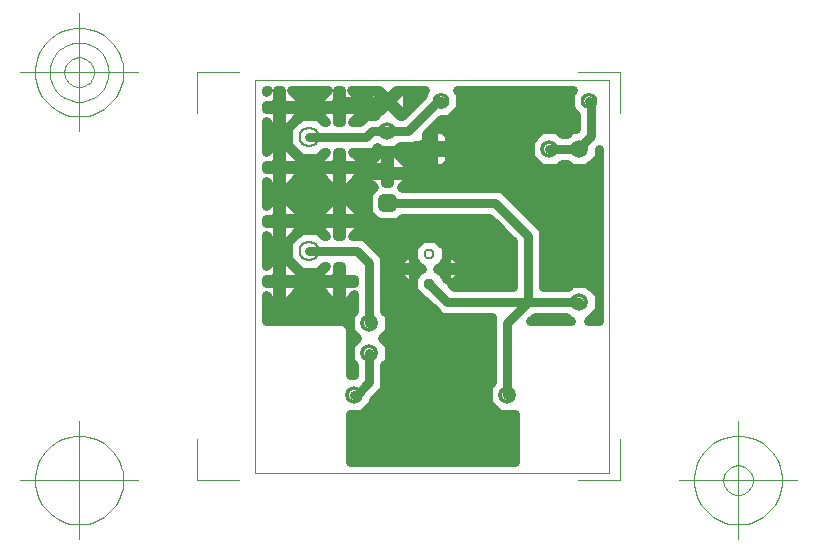
<source format=gbr>
G04 Generated by Ultiboard 10.0 *
%FSLAX25Y25*%
%MOIN*%

%ADD25C,0.03000*%
%ADD22C,0.00394*%
%ADD23C,0.00004*%
%ADD44C,0.06224X0.04724*%
%ADD45C,0.07012X0.05512*%
%ADD34C,0.05512X0.03150*%
%ADD36C,0.05906X0.03543*%
%ADD37R,0.05906X0.05906X0.03543*%
%ADD46C,0.03762X0.02362*%
%ADD38R,0.02083X0.02083X0.03917*%
%ADD18C,0.03917*%
%ADD29C,0.06334X0.03500*%


G04 ColorRGB 0000FF for the following layer *
%LNCopper Bottom*%
%LPD*%
%FSLAX25Y25*%
%MOIN*%
G54D25*
X4149Y127500D02*
X3500Y126851D01*
X3500Y126851D02*
X3500Y127500D01*
X3500Y127500D02*
X4149Y127500D01*
G36*
X4149Y127500D02*
X3500Y126851D01*
X3500Y127500D01*
X4149Y127500D01*
G37*
X4149Y127500D02*
X3500Y126851D01*
X3500Y126851D02*
X3500Y127500D01*
X3500Y127500D02*
X4149Y127500D01*
X8685Y124739D02*
X8685Y122685D01*
X8685Y122685D02*
X10739Y122685D01*
X10739Y122685D02*
X10739Y121315D01*
X10739Y121315D02*
X8685Y121315D01*
X8685Y121315D02*
X8685Y119261D01*
X8685Y119261D02*
X7315Y119261D01*
X7315Y119261D02*
X7315Y121315D01*
X7315Y121315D02*
X3500Y121315D01*
X3500Y121315D02*
X3500Y122685D01*
X3500Y122685D02*
X7315Y122685D01*
X7315Y122685D02*
X7315Y124739D01*
X7315Y124739D02*
X8685Y124739D01*
G36*
X8685Y124739D02*
X8685Y122685D01*
X10739Y122685D01*
X10739Y121315D01*
X8685Y121315D01*
X8685Y119261D01*
X7315Y119261D01*
X7315Y121315D01*
X3500Y121315D01*
X3500Y122685D01*
X7315Y122685D01*
X7315Y124739D01*
X8685Y124739D01*
G37*
X8685Y124739D02*
X8685Y122685D01*
X8685Y122685D02*
X10739Y122685D01*
X10739Y122685D02*
X10739Y121315D01*
X10739Y121315D02*
X8685Y121315D01*
X8685Y121315D02*
X8685Y119261D01*
X8685Y119261D02*
X7315Y119261D01*
X7315Y119261D02*
X7315Y121315D01*
X7315Y121315D02*
X3500Y121315D01*
X3500Y121315D02*
X3500Y122685D01*
X3500Y122685D02*
X7315Y122685D01*
X7315Y122685D02*
X7315Y124739D01*
X7315Y124739D02*
X8685Y124739D01*
X24149Y127500D02*
X21388Y124739D01*
X21388Y124739D02*
X21388Y122685D01*
X21388Y122685D02*
X25261Y122685D01*
X25261Y122685D02*
X25261Y121315D01*
X25261Y121315D02*
X21388Y121315D01*
X21388Y121315D02*
X21388Y119261D01*
X21388Y119261D02*
X23649Y117000D01*
X23649Y117000D02*
X22908Y117000D01*
X22908Y117000D02*
X20902Y119006D01*
X20902Y119006D02*
X15098Y119006D01*
X15098Y119006D02*
X10994Y114902D01*
X10994Y114902D02*
X10994Y114591D01*
X10994Y114591D02*
X10739Y114591D01*
X10739Y114591D02*
X10739Y115388D01*
X10739Y115388D02*
X14612Y119261D01*
X14612Y119261D02*
X14612Y121315D01*
X14612Y121315D02*
X10739Y121315D01*
X10739Y121315D02*
X10739Y122685D01*
X10739Y122685D02*
X14612Y122685D01*
X14612Y122685D02*
X14612Y124739D01*
X14612Y124739D02*
X11851Y127500D01*
X11851Y127500D02*
X24149Y127500D01*
G36*
X24149Y127500D02*
X21388Y124739D01*
X21388Y122685D01*
X25261Y122685D01*
X25261Y121315D01*
X21388Y121315D01*
X21388Y119261D01*
X23649Y117000D01*
X22908Y117000D01*
X20902Y119006D01*
X15098Y119006D01*
X10994Y114902D01*
X10994Y114591D01*
X10739Y114591D01*
X10739Y115388D01*
X14612Y119261D01*
X14612Y121315D01*
X10739Y121315D01*
X10739Y122685D01*
X14612Y122685D01*
X14612Y124739D01*
X11851Y127500D01*
X24149Y127500D01*
G37*
X24149Y127500D02*
X21388Y124739D01*
X21388Y124739D02*
X21388Y122685D01*
X21388Y122685D02*
X25261Y122685D01*
X25261Y122685D02*
X25261Y121315D01*
X25261Y121315D02*
X21388Y121315D01*
X21388Y121315D02*
X21388Y119261D01*
X21388Y119261D02*
X23649Y117000D01*
X23649Y117000D02*
X22908Y117000D01*
X22908Y117000D02*
X20902Y119006D01*
X20902Y119006D02*
X15098Y119006D01*
X15098Y119006D02*
X10994Y114902D01*
X10994Y114902D02*
X10994Y114591D01*
X10994Y114591D02*
X10739Y114591D01*
X10739Y114591D02*
X10739Y115388D01*
X10739Y115388D02*
X14612Y119261D01*
X14612Y119261D02*
X14612Y121315D01*
X14612Y121315D02*
X10739Y121315D01*
X10739Y121315D02*
X10739Y122685D01*
X10739Y122685D02*
X14612Y122685D01*
X14612Y122685D02*
X14612Y124739D01*
X14612Y124739D02*
X11851Y127500D01*
X11851Y127500D02*
X24149Y127500D01*
X28685Y127500D02*
X28685Y122685D01*
X28685Y122685D02*
X30739Y122685D01*
X30739Y122685D02*
X30739Y121315D01*
X30739Y121315D02*
X28685Y121315D01*
X28685Y121315D02*
X28685Y117000D01*
X28685Y117000D02*
X27315Y117000D01*
X27315Y117000D02*
X27315Y121315D01*
X27315Y121315D02*
X25261Y121315D01*
X25261Y121315D02*
X25261Y122685D01*
X25261Y122685D02*
X27315Y122685D01*
X27315Y122685D02*
X27315Y127500D01*
X27315Y127500D02*
X28685Y127500D01*
G36*
X28685Y127500D02*
X28685Y122685D01*
X30739Y122685D01*
X30739Y121315D01*
X28685Y121315D01*
X28685Y117000D01*
X27315Y117000D01*
X27315Y121315D01*
X25261Y121315D01*
X25261Y122685D01*
X27315Y122685D01*
X27315Y127500D01*
X28685Y127500D01*
G37*
X28685Y127500D02*
X28685Y122685D01*
X28685Y122685D02*
X30739Y122685D01*
X30739Y122685D02*
X30739Y121315D01*
X30739Y121315D02*
X28685Y121315D01*
X28685Y121315D02*
X28685Y117000D01*
X28685Y117000D02*
X27315Y117000D01*
X27315Y117000D02*
X27315Y121315D01*
X27315Y121315D02*
X25261Y121315D01*
X25261Y121315D02*
X25261Y122685D01*
X25261Y122685D02*
X27315Y122685D01*
X27315Y122685D02*
X27315Y127500D01*
X27315Y127500D02*
X28685Y127500D01*
X30739Y122685D02*
X34612Y122685D01*
X34612Y122685D02*
X34612Y124739D01*
X34612Y124739D02*
X31851Y127500D01*
X31851Y127500D02*
X38532Y127500D01*
X38532Y127500D02*
X37547Y126515D01*
X37547Y126515D02*
X37547Y121170D01*
X37547Y121170D02*
X38833Y119884D01*
X38833Y119884D02*
X38833Y119000D01*
X38833Y119000D02*
X36929Y119000D01*
X36929Y119000D02*
X34929Y117000D01*
X34929Y117000D02*
X32351Y117000D01*
X32351Y117000D02*
X34612Y119261D01*
X34612Y119261D02*
X34612Y121315D01*
X34612Y121315D02*
X30739Y121315D01*
X30739Y121315D02*
X30739Y122685D01*
G36*
X30739Y122685D02*
X34612Y122685D01*
X34612Y124739D01*
X31851Y127500D01*
X38532Y127500D01*
X37547Y126515D01*
X37547Y121170D01*
X38833Y119884D01*
X38833Y119000D01*
X36929Y119000D01*
X34929Y117000D01*
X32351Y117000D01*
X34612Y119261D01*
X34612Y121315D01*
X30739Y121315D01*
X30739Y122685D01*
G37*
X30739Y122685D02*
X34612Y122685D01*
X34612Y122685D02*
X34612Y124739D01*
X34612Y124739D02*
X31851Y127500D01*
X31851Y127500D02*
X38532Y127500D01*
X38532Y127500D02*
X37547Y126515D01*
X37547Y126515D02*
X37547Y121170D01*
X37547Y121170D02*
X38833Y119884D01*
X38833Y119884D02*
X38833Y119000D01*
X38833Y119000D02*
X36929Y119000D01*
X36929Y119000D02*
X34929Y117000D01*
X34929Y117000D02*
X32351Y117000D01*
X32351Y117000D02*
X34612Y119261D01*
X34612Y119261D02*
X34612Y121315D01*
X34612Y121315D02*
X30739Y121315D01*
X30739Y121315D02*
X30739Y122685D01*
X8685Y127500D02*
X8685Y124739D01*
X8685Y124739D02*
X7315Y124739D01*
X7315Y124739D02*
X7315Y127500D01*
X7315Y127500D02*
X8685Y127500D01*
G36*
X8685Y127500D02*
X8685Y124739D01*
X7315Y124739D01*
X7315Y127500D01*
X8685Y127500D01*
G37*
X8685Y127500D02*
X8685Y124739D01*
X8685Y124739D02*
X7315Y124739D01*
X7315Y124739D02*
X7315Y127500D01*
X7315Y127500D02*
X8685Y127500D01*
X41288Y127500D02*
X44000Y124787D01*
X44000Y124787D02*
X46712Y127500D01*
X46712Y127500D02*
X48602Y127500D01*
X48602Y127500D02*
X44945Y123843D01*
X44945Y123843D02*
X48929Y119859D01*
X48929Y119859D02*
X48929Y119000D01*
X48929Y119000D02*
X48126Y119000D01*
X48126Y119000D02*
X46673Y120453D01*
X46673Y120453D02*
X46445Y120453D01*
X46445Y120453D02*
X44000Y122898D01*
X44000Y122898D02*
X41555Y120453D01*
X41555Y120453D02*
X41327Y120453D01*
X41327Y120453D02*
X39874Y119000D01*
X39874Y119000D02*
X38833Y119000D01*
X38833Y119000D02*
X38833Y119884D01*
X38833Y119884D02*
X38965Y119752D01*
X38965Y119752D02*
X43055Y123843D01*
X43055Y123843D02*
X39398Y127500D01*
X39398Y127500D02*
X41288Y127500D01*
G36*
X41288Y127500D02*
X44000Y124787D01*
X46712Y127500D01*
X48602Y127500D01*
X44945Y123843D01*
X48929Y119859D01*
X48929Y119000D01*
X48126Y119000D01*
X46673Y120453D01*
X46445Y120453D01*
X44000Y122898D01*
X41555Y120453D01*
X41327Y120453D01*
X39874Y119000D01*
X38833Y119000D01*
X38833Y119884D01*
X38965Y119752D01*
X43055Y123843D01*
X39398Y127500D01*
X41288Y127500D01*
G37*
X41288Y127500D02*
X44000Y124787D01*
X44000Y124787D02*
X46712Y127500D01*
X46712Y127500D02*
X48602Y127500D01*
X48602Y127500D02*
X44945Y123843D01*
X44945Y123843D02*
X48929Y119859D01*
X48929Y119859D02*
X48929Y119000D01*
X48929Y119000D02*
X48126Y119000D01*
X48126Y119000D02*
X46673Y120453D01*
X46673Y120453D02*
X46445Y120453D01*
X46445Y120453D02*
X44000Y122898D01*
X44000Y122898D02*
X41555Y120453D01*
X41555Y120453D02*
X41327Y120453D01*
X41327Y120453D02*
X39874Y119000D01*
X39874Y119000D02*
X38833Y119000D01*
X38833Y119000D02*
X38833Y119884D01*
X38833Y119884D02*
X38965Y119752D01*
X38965Y119752D02*
X43055Y123843D01*
X43055Y123843D02*
X39398Y127500D01*
X39398Y127500D02*
X41288Y127500D01*
X48929Y119859D02*
X49035Y119752D01*
X49035Y119752D02*
X50453Y121170D01*
X50453Y121170D02*
X50453Y126515D01*
X50453Y126515D02*
X49468Y127500D01*
X49468Y127500D02*
X56653Y127500D01*
X56653Y127500D02*
X55744Y126591D01*
X55744Y126591D02*
X55744Y125815D01*
X55744Y125815D02*
X48929Y119000D01*
X48929Y119000D02*
X48929Y119859D01*
G36*
X48929Y119859D02*
X49035Y119752D01*
X50453Y121170D01*
X50453Y126515D01*
X49468Y127500D01*
X56653Y127500D01*
X55744Y126591D01*
X55744Y125815D01*
X48929Y119000D01*
X48929Y119859D01*
G37*
X48929Y119859D02*
X49035Y119752D01*
X49035Y119752D02*
X50453Y121170D01*
X50453Y121170D02*
X50453Y126515D01*
X50453Y126515D02*
X49468Y127500D01*
X49468Y127500D02*
X56653Y127500D01*
X56653Y127500D02*
X55744Y126591D01*
X55744Y126591D02*
X55744Y125815D01*
X55744Y125815D02*
X48929Y119000D01*
X48929Y119000D02*
X48929Y119859D01*
X61815Y117744D02*
X64591Y117744D01*
X64591Y117744D02*
X68256Y121409D01*
X68256Y121409D02*
X68256Y126591D01*
X68256Y126591D02*
X67347Y127500D01*
X67347Y127500D02*
X80167Y127500D01*
X80167Y127500D02*
X80167Y112403D01*
X80167Y112403D02*
X64453Y112403D01*
X64453Y112403D02*
X62403Y114453D01*
X62403Y114453D02*
X59101Y114453D01*
X59101Y114453D02*
X59101Y112403D01*
X59101Y112403D02*
X58929Y112403D01*
X58929Y112403D02*
X58929Y114858D01*
X58929Y114858D02*
X61815Y117744D01*
G36*
X61815Y117744D02*
X64591Y117744D01*
X68256Y121409D01*
X68256Y126591D01*
X67347Y127500D01*
X80167Y127500D01*
X80167Y112403D01*
X64453Y112403D01*
X62403Y114453D01*
X59101Y114453D01*
X59101Y112403D01*
X58929Y112403D01*
X58929Y114858D01*
X61815Y117744D01*
G37*
X61815Y117744D02*
X64591Y117744D01*
X64591Y117744D02*
X68256Y121409D01*
X68256Y121409D02*
X68256Y126591D01*
X68256Y126591D02*
X67347Y127500D01*
X67347Y127500D02*
X80167Y127500D01*
X80167Y127500D02*
X80167Y112403D01*
X80167Y112403D02*
X64453Y112403D01*
X64453Y112403D02*
X62403Y114453D01*
X62403Y114453D02*
X59101Y114453D01*
X59101Y114453D02*
X59101Y112403D01*
X59101Y112403D02*
X58929Y112403D01*
X58929Y112403D02*
X58929Y114858D01*
X58929Y114858D02*
X61815Y117744D01*
X105865Y127500D02*
X104957Y126591D01*
X104957Y126591D02*
X104957Y121409D01*
X104957Y121409D02*
X107000Y119365D01*
X107000Y119365D02*
X107000Y114453D01*
X107000Y114453D02*
X105327Y114453D01*
X105327Y114453D02*
X103874Y113000D01*
X103874Y113000D02*
X102126Y113000D01*
X102126Y113000D02*
X100673Y114453D01*
X100673Y114453D02*
X95327Y114453D01*
X95327Y114453D02*
X91547Y110673D01*
X91547Y110673D02*
X91547Y105929D01*
X91547Y105929D02*
X80167Y105929D01*
X80167Y105929D02*
X80167Y127500D01*
X80167Y127500D02*
X105865Y127500D01*
G36*
X105865Y127500D02*
X104957Y126591D01*
X104957Y121409D01*
X107000Y119365D01*
X107000Y114453D01*
X105327Y114453D01*
X103874Y113000D01*
X102126Y113000D01*
X100673Y114453D01*
X95327Y114453D01*
X91547Y110673D01*
X91547Y105929D01*
X80167Y105929D01*
X80167Y127500D01*
X105865Y127500D01*
G37*
X105865Y127500D02*
X104957Y126591D01*
X104957Y126591D02*
X104957Y121409D01*
X104957Y121409D02*
X107000Y119365D01*
X107000Y119365D02*
X107000Y114453D01*
X107000Y114453D02*
X105327Y114453D01*
X105327Y114453D02*
X103874Y113000D01*
X103874Y113000D02*
X102126Y113000D01*
X102126Y113000D02*
X100673Y114453D01*
X100673Y114453D02*
X95327Y114453D01*
X95327Y114453D02*
X91547Y110673D01*
X91547Y110673D02*
X91547Y105929D01*
X91547Y105929D02*
X80167Y105929D01*
X80167Y105929D02*
X80167Y127500D01*
X80167Y127500D02*
X105865Y127500D01*
X59101Y112403D02*
X59101Y109101D01*
X59101Y109101D02*
X64453Y109101D01*
X64453Y109101D02*
X64453Y112403D01*
X64453Y112403D02*
X80167Y112403D01*
X80167Y112403D02*
X80167Y103597D01*
X80167Y103597D02*
X64453Y103597D01*
X64453Y103597D02*
X64453Y106899D01*
X64453Y106899D02*
X59101Y106899D01*
X59101Y106899D02*
X59101Y103597D01*
X59101Y103597D02*
X58929Y103597D01*
X58929Y103597D02*
X58929Y112403D01*
X58929Y112403D02*
X59101Y112403D01*
G36*
X59101Y112403D02*
X59101Y109101D01*
X64453Y109101D01*
X64453Y112403D01*
X80167Y112403D01*
X80167Y103597D01*
X64453Y103597D01*
X64453Y106899D01*
X59101Y106899D01*
X59101Y103597D01*
X58929Y103597D01*
X58929Y112403D01*
X59101Y112403D01*
G37*
X59101Y112403D02*
X59101Y109101D01*
X59101Y109101D02*
X64453Y109101D01*
X64453Y109101D02*
X64453Y112403D01*
X64453Y112403D02*
X80167Y112403D01*
X80167Y112403D02*
X80167Y103597D01*
X80167Y103597D02*
X64453Y103597D01*
X64453Y103597D02*
X64453Y106899D01*
X64453Y106899D02*
X59101Y106899D01*
X59101Y106899D02*
X59101Y103597D01*
X59101Y103597D02*
X58929Y103597D01*
X58929Y103597D02*
X58929Y112403D01*
X58929Y112403D02*
X59101Y112403D01*
X59101Y103597D02*
X59101Y101547D01*
X59101Y101547D02*
X62403Y101547D01*
X62403Y101547D02*
X64453Y103597D01*
X64453Y103597D02*
X80167Y103597D01*
X80167Y103597D02*
X80167Y95000D01*
X80167Y95000D02*
X58929Y95000D01*
X58929Y95000D02*
X58929Y103597D01*
X58929Y103597D02*
X59101Y103597D01*
G36*
X59101Y103597D02*
X59101Y101547D01*
X62403Y101547D01*
X64453Y103597D01*
X80167Y103597D01*
X80167Y95000D01*
X58929Y95000D01*
X58929Y103597D01*
X59101Y103597D01*
G37*
X59101Y103597D02*
X59101Y101547D01*
X59101Y101547D02*
X62403Y101547D01*
X62403Y101547D02*
X64453Y103597D01*
X64453Y103597D02*
X80167Y103597D01*
X80167Y103597D02*
X80167Y95000D01*
X80167Y95000D02*
X58929Y95000D01*
X58929Y95000D02*
X58929Y103597D01*
X58929Y103597D02*
X59101Y103597D01*
X61929Y76681D02*
X60229Y78381D01*
X60229Y78381D02*
X55771Y78381D01*
X55771Y78381D02*
X55229Y77839D01*
X55229Y77839D02*
X55229Y85000D01*
X55229Y85000D02*
X61929Y85000D01*
X61929Y85000D02*
X61929Y76681D01*
G36*
X61929Y76681D02*
X60229Y78381D01*
X55771Y78381D01*
X55229Y77839D01*
X55229Y85000D01*
X61929Y85000D01*
X61929Y76681D01*
G37*
X61929Y76681D02*
X60229Y78381D01*
X60229Y78381D02*
X55771Y78381D01*
X55771Y78381D02*
X55229Y77839D01*
X55229Y77839D02*
X55229Y85000D01*
X55229Y85000D02*
X61929Y85000D01*
X61929Y85000D02*
X61929Y76681D01*
X53161Y65771D02*
X52619Y65229D01*
X52619Y65229D02*
X52619Y60771D01*
X52619Y60771D02*
X55771Y57619D01*
X55771Y57619D02*
X56310Y57619D01*
X56310Y57619D02*
X59697Y54232D01*
X59697Y54232D02*
X61929Y52000D01*
X61929Y52000D02*
X61929Y52000D01*
X61929Y52000D02*
X61929Y42833D01*
X61929Y42833D02*
X44292Y42833D01*
X44292Y42833D02*
X42204Y44921D01*
X42204Y44921D02*
X44453Y47170D01*
X44453Y47170D02*
X44453Y52515D01*
X44453Y52515D02*
X43000Y53968D01*
X43000Y53968D02*
X43000Y65771D01*
X43000Y65771D02*
X47619Y65771D01*
X47619Y65771D02*
X50771Y62619D01*
X50771Y62619D02*
X52443Y62619D01*
X52443Y62619D02*
X52443Y65771D01*
X52443Y65771D02*
X53161Y65771D01*
G36*
X53161Y65771D02*
X52619Y65229D01*
X52619Y60771D01*
X55771Y57619D01*
X56310Y57619D01*
X59697Y54232D01*
X61929Y52000D01*
X61929Y52000D01*
X61929Y42833D01*
X44292Y42833D01*
X42204Y44921D01*
X44453Y47170D01*
X44453Y52515D01*
X43000Y53968D01*
X43000Y65771D01*
X47619Y65771D01*
X50771Y62619D01*
X52443Y62619D01*
X52443Y65771D01*
X53161Y65771D01*
G37*
X53161Y65771D02*
X52619Y65229D01*
X52619Y65229D02*
X52619Y60771D01*
X52619Y60771D02*
X55771Y57619D01*
X55771Y57619D02*
X56310Y57619D01*
X56310Y57619D02*
X59697Y54232D01*
X59697Y54232D02*
X61929Y52000D01*
X61929Y52000D02*
X61929Y52000D01*
X61929Y52000D02*
X61929Y42833D01*
X61929Y42833D02*
X44292Y42833D01*
X44292Y42833D02*
X42204Y44921D01*
X42204Y44921D02*
X44453Y47170D01*
X44453Y47170D02*
X44453Y52515D01*
X44453Y52515D02*
X43000Y53968D01*
X43000Y53968D02*
X43000Y65771D01*
X43000Y65771D02*
X47619Y65771D01*
X47619Y65771D02*
X50771Y62619D01*
X50771Y62619D02*
X52443Y62619D01*
X52443Y62619D02*
X52443Y65771D01*
X52443Y65771D02*
X53161Y65771D01*
X68381Y70229D02*
X65229Y73381D01*
X65229Y73381D02*
X63557Y73381D01*
X63557Y73381D02*
X63557Y70229D01*
X63557Y70229D02*
X62839Y70229D01*
X62839Y70229D02*
X63381Y70771D01*
X63381Y70771D02*
X63381Y75229D01*
X63381Y75229D02*
X61929Y76681D01*
X61929Y76681D02*
X61929Y85000D01*
X61929Y85000D02*
X77929Y85000D01*
X77929Y85000D02*
X80167Y82762D01*
X80167Y82762D02*
X80167Y70229D01*
X80167Y70229D02*
X68381Y70229D01*
G36*
X68381Y70229D02*
X65229Y73381D01*
X63557Y73381D01*
X63557Y70229D01*
X62839Y70229D01*
X63381Y70771D01*
X63381Y75229D01*
X61929Y76681D01*
X61929Y85000D01*
X77929Y85000D01*
X80167Y82762D01*
X80167Y70229D01*
X68381Y70229D01*
G37*
X68381Y70229D02*
X65229Y73381D01*
X65229Y73381D02*
X63557Y73381D01*
X63557Y73381D02*
X63557Y70229D01*
X63557Y70229D02*
X62839Y70229D01*
X62839Y70229D02*
X63381Y70771D01*
X63381Y70771D02*
X63381Y75229D01*
X63381Y75229D02*
X61929Y76681D01*
X61929Y76681D02*
X61929Y85000D01*
X61929Y85000D02*
X77929Y85000D01*
X77929Y85000D02*
X80167Y82762D01*
X80167Y82762D02*
X80167Y70229D01*
X80167Y70229D02*
X68381Y70229D01*
X63557Y70229D02*
X63557Y68557D01*
X63557Y68557D02*
X68381Y68557D01*
X68381Y68557D02*
X68381Y70229D01*
X68381Y70229D02*
X80167Y70229D01*
X80167Y70229D02*
X80167Y65771D01*
X80167Y65771D02*
X68381Y65771D01*
X68381Y65771D02*
X68381Y67443D01*
X68381Y67443D02*
X63557Y67443D01*
X63557Y67443D02*
X63557Y65771D01*
X63557Y65771D02*
X62839Y65771D01*
X62839Y65771D02*
X62443Y66167D01*
X62443Y66167D02*
X62443Y67443D01*
X62443Y67443D02*
X61929Y67443D01*
X61929Y67443D02*
X61929Y68557D01*
X61929Y68557D02*
X62443Y68557D01*
X62443Y68557D02*
X62443Y69833D01*
X62443Y69833D02*
X62839Y70229D01*
X62839Y70229D02*
X63557Y70229D01*
G36*
X63557Y70229D02*
X63557Y68557D01*
X68381Y68557D01*
X68381Y70229D01*
X80167Y70229D01*
X80167Y65771D01*
X68381Y65771D01*
X68381Y67443D01*
X63557Y67443D01*
X63557Y65771D01*
X62839Y65771D01*
X62443Y66167D01*
X62443Y67443D01*
X61929Y67443D01*
X61929Y68557D01*
X62443Y68557D01*
X62443Y69833D01*
X62839Y70229D01*
X63557Y70229D01*
G37*
X63557Y70229D02*
X63557Y68557D01*
X63557Y68557D02*
X68381Y68557D01*
X68381Y68557D02*
X68381Y70229D01*
X68381Y70229D02*
X80167Y70229D01*
X80167Y70229D02*
X80167Y65771D01*
X80167Y65771D02*
X68381Y65771D01*
X68381Y65771D02*
X68381Y67443D01*
X68381Y67443D02*
X63557Y67443D01*
X63557Y67443D02*
X63557Y65771D01*
X63557Y65771D02*
X62839Y65771D01*
X62839Y65771D02*
X62443Y66167D01*
X62443Y66167D02*
X62443Y67443D01*
X62443Y67443D02*
X61929Y67443D01*
X61929Y67443D02*
X61929Y68557D01*
X61929Y68557D02*
X62443Y68557D01*
X62443Y68557D02*
X62443Y69833D01*
X62443Y69833D02*
X62839Y70229D01*
X62839Y70229D02*
X63557Y70229D01*
X79000Y52000D02*
X79000Y42833D01*
X79000Y42833D02*
X61929Y42833D01*
X61929Y42833D02*
X61929Y52000D01*
X61929Y52000D02*
X79000Y52000D01*
G36*
X79000Y52000D02*
X79000Y42833D01*
X61929Y42833D01*
X61929Y52000D01*
X79000Y52000D01*
G37*
X79000Y52000D02*
X79000Y42833D01*
X79000Y42833D02*
X61929Y42833D01*
X61929Y42833D02*
X61929Y52000D01*
X61929Y52000D02*
X79000Y52000D01*
X63557Y65771D02*
X63557Y64514D01*
X63557Y64514D02*
X63381Y64690D01*
X63381Y64690D02*
X63381Y65229D01*
X63381Y65229D02*
X62839Y65771D01*
X62839Y65771D02*
X63557Y65771D01*
G36*
X63557Y65771D02*
X63557Y64514D01*
X63381Y64690D01*
X63381Y65229D01*
X62839Y65771D01*
X63557Y65771D01*
G37*
X63557Y65771D02*
X63557Y64514D01*
X63557Y64514D02*
X63381Y64690D01*
X63381Y64690D02*
X63381Y65229D01*
X63381Y65229D02*
X62839Y65771D01*
X62839Y65771D02*
X63557Y65771D01*
X61167Y68557D02*
X61929Y68557D01*
X61929Y68557D02*
X61929Y67443D01*
X61929Y67443D02*
X61167Y67443D01*
X61167Y67443D02*
X60610Y68000D01*
X60610Y68000D02*
X61167Y68557D01*
G36*
X61167Y68557D02*
X61929Y68557D01*
X61929Y67443D01*
X61167Y67443D01*
X60610Y68000D01*
X61167Y68557D01*
G37*
X61167Y68557D02*
X61929Y68557D01*
X61929Y68557D02*
X61929Y67443D01*
X61929Y67443D02*
X61167Y67443D01*
X61167Y67443D02*
X60610Y68000D01*
X60610Y68000D02*
X61167Y68557D01*
X65341Y62731D02*
X68381Y65771D01*
X68381Y65771D02*
X80167Y65771D01*
X80167Y65771D02*
X80167Y62000D01*
X80167Y62000D02*
X66071Y62000D01*
X66071Y62000D02*
X65341Y62731D01*
G36*
X65341Y62731D02*
X68381Y65771D01*
X80167Y65771D01*
X80167Y62000D01*
X66071Y62000D01*
X65341Y62731D01*
G37*
X65341Y62731D02*
X68381Y65771D01*
X68381Y65771D02*
X80167Y65771D01*
X80167Y65771D02*
X80167Y62000D01*
X80167Y62000D02*
X66071Y62000D01*
X66071Y62000D02*
X65341Y62731D01*
X38833Y22889D02*
X39272Y23327D01*
X39272Y23327D02*
X39272Y24274D01*
X39272Y24274D02*
X43000Y28003D01*
X43000Y28003D02*
X43000Y35874D01*
X43000Y35874D02*
X44453Y37327D01*
X44453Y37327D02*
X44453Y42673D01*
X44453Y42673D02*
X44292Y42833D01*
X44292Y42833D02*
X79000Y42833D01*
X79000Y42833D02*
X79000Y30126D01*
X79000Y30126D02*
X77547Y28673D01*
X77547Y28673D02*
X77547Y23327D01*
X77547Y23327D02*
X80167Y20708D01*
X80167Y20708D02*
X80167Y3500D01*
X80167Y3500D02*
X38833Y3500D01*
X38833Y3500D02*
X38833Y22889D01*
G36*
X38833Y22889D02*
X39272Y23327D01*
X39272Y24274D01*
X43000Y28003D01*
X43000Y35874D01*
X44453Y37327D01*
X44453Y42673D01*
X44292Y42833D01*
X79000Y42833D01*
X79000Y30126D01*
X77547Y28673D01*
X77547Y23327D01*
X80167Y20708D01*
X80167Y3500D01*
X38833Y3500D01*
X38833Y22889D01*
G37*
X38833Y22889D02*
X39272Y23327D01*
X39272Y23327D02*
X39272Y24274D01*
X39272Y24274D02*
X43000Y28003D01*
X43000Y28003D02*
X43000Y35874D01*
X43000Y35874D02*
X44453Y37327D01*
X44453Y37327D02*
X44453Y42673D01*
X44453Y42673D02*
X44292Y42833D01*
X44292Y42833D02*
X79000Y42833D01*
X79000Y42833D02*
X79000Y30126D01*
X79000Y30126D02*
X77547Y28673D01*
X77547Y28673D02*
X77547Y23327D01*
X77547Y23327D02*
X80167Y20708D01*
X80167Y20708D02*
X80167Y3500D01*
X80167Y3500D02*
X38833Y3500D01*
X38833Y3500D02*
X38833Y22889D01*
X8685Y66739D02*
X8685Y64685D01*
X8685Y64685D02*
X10739Y64685D01*
X10739Y64685D02*
X10739Y63315D01*
X10739Y63315D02*
X8685Y63315D01*
X8685Y63315D02*
X8685Y61261D01*
X8685Y61261D02*
X7315Y61261D01*
X7315Y61261D02*
X7315Y63315D01*
X7315Y63315D02*
X3500Y63315D01*
X3500Y63315D02*
X3500Y64685D01*
X3500Y64685D02*
X7315Y64685D01*
X7315Y64685D02*
X7315Y66739D01*
X7315Y66739D02*
X8685Y66739D01*
G36*
X8685Y66739D02*
X8685Y64685D01*
X10739Y64685D01*
X10739Y63315D01*
X8685Y63315D01*
X8685Y61261D01*
X7315Y61261D01*
X7315Y63315D01*
X3500Y63315D01*
X3500Y64685D01*
X7315Y64685D01*
X7315Y66739D01*
X8685Y66739D01*
G37*
X8685Y66739D02*
X8685Y64685D01*
X8685Y64685D02*
X10739Y64685D01*
X10739Y64685D02*
X10739Y63315D01*
X10739Y63315D02*
X8685Y63315D01*
X8685Y63315D02*
X8685Y61261D01*
X8685Y61261D02*
X7315Y61261D01*
X7315Y61261D02*
X7315Y63315D01*
X7315Y63315D02*
X3500Y63315D01*
X3500Y63315D02*
X3500Y64685D01*
X3500Y64685D02*
X7315Y64685D01*
X7315Y64685D02*
X7315Y66739D01*
X7315Y66739D02*
X8685Y66739D01*
X3500Y59149D02*
X5261Y57388D01*
X5261Y57388D02*
X7315Y57388D01*
X7315Y57388D02*
X7315Y61261D01*
X7315Y61261D02*
X8685Y61261D01*
X8685Y61261D02*
X8685Y57388D01*
X8685Y57388D02*
X10739Y57388D01*
X10739Y57388D02*
X10739Y50500D01*
X10739Y50500D02*
X3500Y50500D01*
X3500Y50500D02*
X3500Y59149D01*
G36*
X3500Y59149D02*
X5261Y57388D01*
X7315Y57388D01*
X7315Y61261D01*
X8685Y61261D01*
X8685Y57388D01*
X10739Y57388D01*
X10739Y50500D01*
X3500Y50500D01*
X3500Y59149D01*
G37*
X3500Y59149D02*
X5261Y57388D01*
X5261Y57388D02*
X7315Y57388D01*
X7315Y57388D02*
X7315Y61261D01*
X7315Y61261D02*
X8685Y61261D01*
X8685Y61261D02*
X8685Y57388D01*
X8685Y57388D02*
X10739Y57388D01*
X10739Y57388D02*
X10739Y50500D01*
X10739Y50500D02*
X3500Y50500D01*
X3500Y50500D02*
X3500Y59149D01*
X23649Y69000D02*
X21388Y66739D01*
X21388Y66739D02*
X21388Y64685D01*
X21388Y64685D02*
X25261Y64685D01*
X25261Y64685D02*
X25261Y63315D01*
X25261Y63315D02*
X21388Y63315D01*
X21388Y63315D02*
X21388Y61261D01*
X21388Y61261D02*
X14612Y61261D01*
X14612Y61261D02*
X14612Y63315D01*
X14612Y63315D02*
X10739Y63315D01*
X10739Y63315D02*
X10739Y64685D01*
X10739Y64685D02*
X14612Y64685D01*
X14612Y64685D02*
X14612Y66739D01*
X14612Y66739D02*
X10739Y70612D01*
X10739Y70612D02*
X10739Y76591D01*
X10739Y76591D02*
X10994Y76591D01*
X10994Y76591D02*
X10994Y71098D01*
X10994Y71098D02*
X15098Y66994D01*
X15098Y66994D02*
X20902Y66994D01*
X20902Y66994D02*
X22908Y69000D01*
X22908Y69000D02*
X23649Y69000D01*
G36*
X23649Y69000D02*
X21388Y66739D01*
X21388Y64685D01*
X25261Y64685D01*
X25261Y63315D01*
X21388Y63315D01*
X21388Y61261D01*
X14612Y61261D01*
X14612Y63315D01*
X10739Y63315D01*
X10739Y64685D01*
X14612Y64685D01*
X14612Y66739D01*
X10739Y70612D01*
X10739Y76591D01*
X10994Y76591D01*
X10994Y71098D01*
X15098Y66994D01*
X20902Y66994D01*
X22908Y69000D01*
X23649Y69000D01*
G37*
X23649Y69000D02*
X21388Y66739D01*
X21388Y66739D02*
X21388Y64685D01*
X21388Y64685D02*
X25261Y64685D01*
X25261Y64685D02*
X25261Y63315D01*
X25261Y63315D02*
X21388Y63315D01*
X21388Y63315D02*
X21388Y61261D01*
X21388Y61261D02*
X14612Y61261D01*
X14612Y61261D02*
X14612Y63315D01*
X14612Y63315D02*
X10739Y63315D01*
X10739Y63315D02*
X10739Y64685D01*
X10739Y64685D02*
X14612Y64685D01*
X14612Y64685D02*
X14612Y66739D01*
X14612Y66739D02*
X10739Y70612D01*
X10739Y70612D02*
X10739Y76591D01*
X10739Y76591D02*
X10994Y76591D01*
X10994Y76591D02*
X10994Y71098D01*
X10994Y71098D02*
X15098Y66994D01*
X15098Y66994D02*
X20902Y66994D01*
X20902Y66994D02*
X22908Y69000D01*
X22908Y69000D02*
X23649Y69000D01*
X28685Y69000D02*
X28685Y64685D01*
X28685Y64685D02*
X30739Y64685D01*
X30739Y64685D02*
X30739Y63315D01*
X30739Y63315D02*
X28685Y63315D01*
X28685Y63315D02*
X28685Y61261D01*
X28685Y61261D02*
X27315Y61261D01*
X27315Y61261D02*
X27315Y63315D01*
X27315Y63315D02*
X25261Y63315D01*
X25261Y63315D02*
X25261Y64685D01*
X25261Y64685D02*
X27315Y64685D01*
X27315Y64685D02*
X27315Y69000D01*
X27315Y69000D02*
X28685Y69000D01*
G36*
X28685Y69000D02*
X28685Y64685D01*
X30739Y64685D01*
X30739Y63315D01*
X28685Y63315D01*
X28685Y61261D01*
X27315Y61261D01*
X27315Y63315D01*
X25261Y63315D01*
X25261Y64685D01*
X27315Y64685D01*
X27315Y69000D01*
X28685Y69000D01*
G37*
X28685Y69000D02*
X28685Y64685D01*
X28685Y64685D02*
X30739Y64685D01*
X30739Y64685D02*
X30739Y63315D01*
X30739Y63315D02*
X28685Y63315D01*
X28685Y63315D02*
X28685Y61261D01*
X28685Y61261D02*
X27315Y61261D01*
X27315Y61261D02*
X27315Y63315D01*
X27315Y63315D02*
X25261Y63315D01*
X25261Y63315D02*
X25261Y64685D01*
X25261Y64685D02*
X27315Y64685D01*
X27315Y64685D02*
X27315Y69000D01*
X27315Y69000D02*
X28685Y69000D01*
X30739Y64685D02*
X33000Y64685D01*
X33000Y64685D02*
X33000Y63315D01*
X33000Y63315D02*
X30739Y63315D01*
X30739Y63315D02*
X30739Y64685D01*
G36*
X30739Y64685D02*
X33000Y64685D01*
X33000Y63315D01*
X30739Y63315D01*
X30739Y64685D01*
G37*
X30739Y64685D02*
X33000Y64685D01*
X33000Y64685D02*
X33000Y63315D01*
X33000Y63315D02*
X30739Y63315D01*
X30739Y63315D02*
X30739Y64685D01*
X21388Y61261D02*
X25261Y57388D01*
X25261Y57388D02*
X27315Y57388D01*
X27315Y57388D02*
X27315Y61261D01*
X27315Y61261D02*
X28685Y61261D01*
X28685Y61261D02*
X28685Y57388D01*
X28685Y57388D02*
X30739Y57388D01*
X30739Y57388D02*
X33000Y59649D01*
X33000Y59649D02*
X33000Y53968D01*
X33000Y53968D02*
X31547Y52515D01*
X31547Y52515D02*
X31547Y47170D01*
X31547Y47170D02*
X33796Y44921D01*
X33796Y44921D02*
X31708Y42833D01*
X31708Y42833D02*
X31500Y42833D01*
X31500Y42833D02*
X31500Y48450D01*
X31500Y48450D02*
X29450Y50500D01*
X29450Y50500D02*
X10739Y50500D01*
X10739Y50500D02*
X10739Y57388D01*
X10739Y57388D02*
X14612Y61261D01*
X14612Y61261D02*
X21388Y61261D01*
G36*
X21388Y61261D02*
X25261Y57388D01*
X27315Y57388D01*
X27315Y61261D01*
X28685Y61261D01*
X28685Y57388D01*
X30739Y57388D01*
X33000Y59649D01*
X33000Y53968D01*
X31547Y52515D01*
X31547Y47170D01*
X33796Y44921D01*
X31708Y42833D01*
X31500Y42833D01*
X31500Y48450D01*
X29450Y50500D01*
X10739Y50500D01*
X10739Y57388D01*
X14612Y61261D01*
X21388Y61261D01*
G37*
X21388Y61261D02*
X25261Y57388D01*
X25261Y57388D02*
X27315Y57388D01*
X27315Y57388D02*
X27315Y61261D01*
X27315Y61261D02*
X28685Y61261D01*
X28685Y61261D02*
X28685Y57388D01*
X28685Y57388D02*
X30739Y57388D01*
X30739Y57388D02*
X33000Y59649D01*
X33000Y59649D02*
X33000Y53968D01*
X33000Y53968D02*
X31547Y52515D01*
X31547Y52515D02*
X31547Y47170D01*
X31547Y47170D02*
X33796Y44921D01*
X33796Y44921D02*
X31708Y42833D01*
X31708Y42833D02*
X31500Y42833D01*
X31500Y42833D02*
X31500Y48450D01*
X31500Y48450D02*
X29450Y50500D01*
X29450Y50500D02*
X10739Y50500D01*
X10739Y50500D02*
X10739Y57388D01*
X10739Y57388D02*
X14612Y61261D01*
X14612Y61261D02*
X21388Y61261D01*
X50771Y73381D02*
X47619Y70229D01*
X47619Y70229D02*
X47619Y68557D01*
X47619Y68557D02*
X50771Y68557D01*
X50771Y68557D02*
X50771Y67443D01*
X50771Y67443D02*
X47619Y67443D01*
X47619Y67443D02*
X47619Y65771D01*
X47619Y65771D02*
X43000Y65771D01*
X43000Y65771D02*
X43000Y72071D01*
X43000Y72071D02*
X38833Y76238D01*
X38833Y76238D02*
X38833Y85364D01*
X38833Y85364D02*
X40698Y83500D01*
X40698Y83500D02*
X47302Y83500D01*
X47302Y83500D02*
X48802Y85000D01*
X48802Y85000D02*
X50771Y85000D01*
X50771Y85000D02*
X50771Y73381D01*
G36*
X50771Y73381D02*
X47619Y70229D01*
X47619Y68557D01*
X50771Y68557D01*
X50771Y67443D01*
X47619Y67443D01*
X47619Y65771D01*
X43000Y65771D01*
X43000Y72071D01*
X38833Y76238D01*
X38833Y85364D01*
X40698Y83500D01*
X47302Y83500D01*
X48802Y85000D01*
X50771Y85000D01*
X50771Y73381D01*
G37*
X50771Y73381D02*
X47619Y70229D01*
X47619Y70229D02*
X47619Y68557D01*
X47619Y68557D02*
X50771Y68557D01*
X50771Y68557D02*
X50771Y67443D01*
X50771Y67443D02*
X47619Y67443D01*
X47619Y67443D02*
X47619Y65771D01*
X47619Y65771D02*
X43000Y65771D01*
X43000Y65771D02*
X43000Y72071D01*
X43000Y72071D02*
X38833Y76238D01*
X38833Y76238D02*
X38833Y85364D01*
X38833Y85364D02*
X40698Y83500D01*
X40698Y83500D02*
X47302Y83500D01*
X47302Y83500D02*
X48802Y85000D01*
X48802Y85000D02*
X50771Y85000D01*
X50771Y85000D02*
X50771Y73381D01*
X53557Y66167D02*
X53161Y65771D01*
X53161Y65771D02*
X52443Y65771D01*
X52443Y65771D02*
X52443Y67443D01*
X52443Y67443D02*
X50771Y67443D01*
X50771Y67443D02*
X50771Y68557D01*
X50771Y68557D02*
X52443Y68557D01*
X52443Y68557D02*
X52443Y73381D01*
X52443Y73381D02*
X50771Y73381D01*
X50771Y73381D02*
X50771Y85000D01*
X50771Y85000D02*
X55229Y85000D01*
X55229Y85000D02*
X55229Y77839D01*
X55229Y77839D02*
X52619Y75229D01*
X52619Y75229D02*
X52619Y70771D01*
X52619Y70771D02*
X53557Y69833D01*
X53557Y69833D02*
X53557Y68557D01*
X53557Y68557D02*
X54833Y68557D01*
X54833Y68557D02*
X55229Y68161D01*
X55229Y68161D02*
X55229Y67839D01*
X55229Y67839D02*
X54833Y67443D01*
X54833Y67443D02*
X53557Y67443D01*
X53557Y67443D02*
X53557Y66167D01*
G36*
X53557Y66167D02*
X53161Y65771D01*
X52443Y65771D01*
X52443Y67443D01*
X50771Y67443D01*
X50771Y68557D01*
X52443Y68557D01*
X52443Y73381D01*
X50771Y73381D01*
X50771Y85000D01*
X55229Y85000D01*
X55229Y77839D01*
X52619Y75229D01*
X52619Y70771D01*
X53557Y69833D01*
X53557Y68557D01*
X54833Y68557D01*
X55229Y68161D01*
X55229Y67839D01*
X54833Y67443D01*
X53557Y67443D01*
X53557Y66167D01*
G37*
X53557Y66167D02*
X53161Y65771D01*
X53161Y65771D02*
X52443Y65771D01*
X52443Y65771D02*
X52443Y67443D01*
X52443Y67443D02*
X50771Y67443D01*
X50771Y67443D02*
X50771Y68557D01*
X50771Y68557D02*
X52443Y68557D01*
X52443Y68557D02*
X52443Y73381D01*
X52443Y73381D02*
X50771Y73381D01*
X50771Y73381D02*
X50771Y85000D01*
X50771Y85000D02*
X55229Y85000D01*
X55229Y85000D02*
X55229Y77839D01*
X55229Y77839D02*
X52619Y75229D01*
X52619Y75229D02*
X52619Y70771D01*
X52619Y70771D02*
X53557Y69833D01*
X53557Y69833D02*
X53557Y68557D01*
X53557Y68557D02*
X54833Y68557D01*
X54833Y68557D02*
X55229Y68161D01*
X55229Y68161D02*
X55229Y67839D01*
X55229Y67839D02*
X54833Y67443D01*
X54833Y67443D02*
X53557Y67443D01*
X53557Y67443D02*
X53557Y66167D01*
X33000Y32453D02*
X31500Y32453D01*
X31500Y32453D02*
X31500Y42833D01*
X31500Y42833D02*
X31708Y42833D01*
X31708Y42833D02*
X31547Y42673D01*
X31547Y42673D02*
X31547Y37327D01*
X31547Y37327D02*
X33000Y35874D01*
X33000Y35874D02*
X33000Y32453D01*
G36*
X33000Y32453D02*
X31500Y32453D01*
X31500Y42833D01*
X31708Y42833D01*
X31547Y42673D01*
X31547Y37327D01*
X33000Y35874D01*
X33000Y32453D01*
G37*
X33000Y32453D02*
X31500Y32453D01*
X31500Y32453D02*
X31500Y42833D01*
X31500Y42833D02*
X31708Y42833D01*
X31708Y42833D02*
X31547Y42673D01*
X31547Y42673D02*
X31547Y37327D01*
X31547Y37327D02*
X33000Y35874D01*
X33000Y35874D02*
X33000Y32453D01*
X31500Y19547D02*
X35492Y19547D01*
X35492Y19547D02*
X38833Y22889D01*
X38833Y22889D02*
X38833Y3500D01*
X38833Y3500D02*
X31500Y3500D01*
X31500Y3500D02*
X31500Y19547D01*
G36*
X31500Y19547D02*
X35492Y19547D01*
X38833Y22889D01*
X38833Y3500D01*
X31500Y3500D01*
X31500Y19547D01*
G37*
X31500Y19547D02*
X35492Y19547D01*
X35492Y19547D02*
X38833Y22889D01*
X38833Y22889D02*
X38833Y3500D01*
X38833Y3500D02*
X31500Y3500D01*
X31500Y3500D02*
X31500Y19547D01*
X28685Y107000D02*
X28685Y102685D01*
X28685Y102685D02*
X30739Y102685D01*
X30739Y102685D02*
X30739Y101315D01*
X30739Y101315D02*
X28685Y101315D01*
X28685Y101315D02*
X28685Y99261D01*
X28685Y99261D02*
X27315Y99261D01*
X27315Y99261D02*
X27315Y101315D01*
X27315Y101315D02*
X25261Y101315D01*
X25261Y101315D02*
X25261Y102685D01*
X25261Y102685D02*
X27315Y102685D01*
X27315Y102685D02*
X27315Y107000D01*
X27315Y107000D02*
X28685Y107000D01*
G36*
X28685Y107000D02*
X28685Y102685D01*
X30739Y102685D01*
X30739Y101315D01*
X28685Y101315D01*
X28685Y99261D01*
X27315Y99261D01*
X27315Y101315D01*
X25261Y101315D01*
X25261Y102685D01*
X27315Y102685D01*
X27315Y107000D01*
X28685Y107000D01*
G37*
X28685Y107000D02*
X28685Y102685D01*
X28685Y102685D02*
X30739Y102685D01*
X30739Y102685D02*
X30739Y101315D01*
X30739Y101315D02*
X28685Y101315D01*
X28685Y101315D02*
X28685Y99261D01*
X28685Y99261D02*
X27315Y99261D01*
X27315Y99261D02*
X27315Y101315D01*
X27315Y101315D02*
X25261Y101315D01*
X25261Y101315D02*
X25261Y102685D01*
X25261Y102685D02*
X27315Y102685D01*
X27315Y102685D02*
X27315Y107000D01*
X27315Y107000D02*
X28685Y107000D01*
X30739Y102685D02*
X34612Y102685D01*
X34612Y102685D02*
X34612Y104739D01*
X34612Y104739D02*
X32351Y107000D01*
X32351Y107000D02*
X38833Y107000D01*
X38833Y107000D02*
X38833Y104262D01*
X38833Y104262D02*
X37333Y102762D01*
X37333Y102762D02*
X37333Y100690D01*
X37333Y100690D02*
X38833Y100690D01*
X38833Y100690D02*
X38833Y99310D01*
X38833Y99310D02*
X37333Y99310D01*
X37333Y99310D02*
X37333Y99261D01*
X37333Y99261D02*
X34612Y99261D01*
X34612Y99261D02*
X34612Y101315D01*
X34612Y101315D02*
X30739Y101315D01*
X30739Y101315D02*
X30739Y102685D01*
G36*
X30739Y102685D02*
X34612Y102685D01*
X34612Y104739D01*
X32351Y107000D01*
X38833Y107000D01*
X38833Y104262D01*
X37333Y102762D01*
X37333Y100690D01*
X38833Y100690D01*
X38833Y99310D01*
X37333Y99310D01*
X37333Y99261D01*
X34612Y99261D01*
X34612Y101315D01*
X30739Y101315D01*
X30739Y102685D01*
G37*
X30739Y102685D02*
X34612Y102685D01*
X34612Y102685D02*
X34612Y104739D01*
X34612Y104739D02*
X32351Y107000D01*
X32351Y107000D02*
X38833Y107000D01*
X38833Y107000D02*
X38833Y104262D01*
X38833Y104262D02*
X37333Y102762D01*
X37333Y102762D02*
X37333Y100690D01*
X37333Y100690D02*
X38833Y100690D01*
X38833Y100690D02*
X38833Y99310D01*
X38833Y99310D02*
X37333Y99310D01*
X37333Y99310D02*
X37333Y99261D01*
X37333Y99261D02*
X34612Y99261D01*
X34612Y99261D02*
X34612Y101315D01*
X34612Y101315D02*
X30739Y101315D01*
X30739Y101315D02*
X30739Y102685D01*
X33184Y88167D02*
X30739Y90612D01*
X30739Y90612D02*
X28685Y90612D01*
X28685Y90612D02*
X28685Y88167D01*
X28685Y88167D02*
X27315Y88167D01*
X27315Y88167D02*
X27315Y90612D01*
X27315Y90612D02*
X25261Y90612D01*
X25261Y90612D02*
X22816Y88167D01*
X22816Y88167D02*
X13184Y88167D01*
X13184Y88167D02*
X10739Y90612D01*
X10739Y90612D02*
X10739Y95388D01*
X10739Y95388D02*
X14612Y99261D01*
X14612Y99261D02*
X21388Y99261D01*
X21388Y99261D02*
X25261Y95388D01*
X25261Y95388D02*
X27315Y95388D01*
X27315Y95388D02*
X27315Y99261D01*
X27315Y99261D02*
X28685Y99261D01*
X28685Y99261D02*
X28685Y95388D01*
X28685Y95388D02*
X30739Y95388D01*
X30739Y95388D02*
X34612Y99261D01*
X34612Y99261D02*
X37333Y99261D01*
X37333Y99261D02*
X37333Y97238D01*
X37333Y97238D02*
X38833Y95738D01*
X38833Y95738D02*
X38833Y94636D01*
X38833Y94636D02*
X37500Y93302D01*
X37500Y93302D02*
X37500Y88167D01*
X37500Y88167D02*
X33184Y88167D01*
G36*
X33184Y88167D02*
X30739Y90612D01*
X28685Y90612D01*
X28685Y88167D01*
X27315Y88167D01*
X27315Y90612D01*
X25261Y90612D01*
X22816Y88167D01*
X13184Y88167D01*
X10739Y90612D01*
X10739Y95388D01*
X14612Y99261D01*
X21388Y99261D01*
X25261Y95388D01*
X27315Y95388D01*
X27315Y99261D01*
X28685Y99261D01*
X28685Y95388D01*
X30739Y95388D01*
X34612Y99261D01*
X37333Y99261D01*
X37333Y97238D01*
X38833Y95738D01*
X38833Y94636D01*
X37500Y93302D01*
X37500Y88167D01*
X33184Y88167D01*
G37*
X33184Y88167D02*
X30739Y90612D01*
X30739Y90612D02*
X28685Y90612D01*
X28685Y90612D02*
X28685Y88167D01*
X28685Y88167D02*
X27315Y88167D01*
X27315Y88167D02*
X27315Y90612D01*
X27315Y90612D02*
X25261Y90612D01*
X25261Y90612D02*
X22816Y88167D01*
X22816Y88167D02*
X13184Y88167D01*
X13184Y88167D02*
X10739Y90612D01*
X10739Y90612D02*
X10739Y95388D01*
X10739Y95388D02*
X14612Y99261D01*
X14612Y99261D02*
X21388Y99261D01*
X21388Y99261D02*
X25261Y95388D01*
X25261Y95388D02*
X27315Y95388D01*
X27315Y95388D02*
X27315Y99261D01*
X27315Y99261D02*
X28685Y99261D01*
X28685Y99261D02*
X28685Y95388D01*
X28685Y95388D02*
X30739Y95388D01*
X30739Y95388D02*
X34612Y99261D01*
X34612Y99261D02*
X37333Y99261D01*
X37333Y99261D02*
X37333Y97238D01*
X37333Y97238D02*
X38833Y95738D01*
X38833Y95738D02*
X38833Y94636D01*
X38833Y94636D02*
X37500Y93302D01*
X37500Y93302D02*
X37500Y88167D01*
X37500Y88167D02*
X33184Y88167D01*
X28685Y88167D02*
X28685Y84685D01*
X28685Y84685D02*
X30739Y84685D01*
X30739Y84685D02*
X30739Y83315D01*
X30739Y83315D02*
X28685Y83315D01*
X28685Y83315D02*
X28685Y79000D01*
X28685Y79000D02*
X27315Y79000D01*
X27315Y79000D02*
X27315Y83315D01*
X27315Y83315D02*
X25261Y83315D01*
X25261Y83315D02*
X25261Y84685D01*
X25261Y84685D02*
X27315Y84685D01*
X27315Y84685D02*
X27315Y88167D01*
X27315Y88167D02*
X28685Y88167D01*
G36*
X28685Y88167D02*
X28685Y84685D01*
X30739Y84685D01*
X30739Y83315D01*
X28685Y83315D01*
X28685Y79000D01*
X27315Y79000D01*
X27315Y83315D01*
X25261Y83315D01*
X25261Y84685D01*
X27315Y84685D01*
X27315Y88167D01*
X28685Y88167D01*
G37*
X28685Y88167D02*
X28685Y84685D01*
X28685Y84685D02*
X30739Y84685D01*
X30739Y84685D02*
X30739Y83315D01*
X30739Y83315D02*
X28685Y83315D01*
X28685Y83315D02*
X28685Y79000D01*
X28685Y79000D02*
X27315Y79000D01*
X27315Y79000D02*
X27315Y83315D01*
X27315Y83315D02*
X25261Y83315D01*
X25261Y83315D02*
X25261Y84685D01*
X25261Y84685D02*
X27315Y84685D01*
X27315Y84685D02*
X27315Y88167D01*
X27315Y88167D02*
X28685Y88167D01*
X30739Y84685D02*
X34612Y84685D01*
X34612Y84685D02*
X34612Y86739D01*
X34612Y86739D02*
X33184Y88167D01*
X33184Y88167D02*
X37500Y88167D01*
X37500Y88167D02*
X37500Y86698D01*
X37500Y86698D02*
X38833Y85364D01*
X38833Y85364D02*
X38833Y76591D01*
X38833Y76591D02*
X38480Y76591D01*
X38480Y76591D02*
X36071Y79000D01*
X36071Y79000D02*
X32351Y79000D01*
X32351Y79000D02*
X34612Y81261D01*
X34612Y81261D02*
X34612Y83315D01*
X34612Y83315D02*
X30739Y83315D01*
X30739Y83315D02*
X30739Y84685D01*
G36*
X30739Y84685D02*
X34612Y84685D01*
X34612Y86739D01*
X33184Y88167D01*
X37500Y88167D01*
X37500Y86698D01*
X38833Y85364D01*
X38833Y76591D01*
X38480Y76591D01*
X36071Y79000D01*
X32351Y79000D01*
X34612Y81261D01*
X34612Y83315D01*
X30739Y83315D01*
X30739Y84685D01*
G37*
X30739Y84685D02*
X34612Y84685D01*
X34612Y84685D02*
X34612Y86739D01*
X34612Y86739D02*
X33184Y88167D01*
X33184Y88167D02*
X37500Y88167D01*
X37500Y88167D02*
X37500Y86698D01*
X37500Y86698D02*
X38833Y85364D01*
X38833Y85364D02*
X38833Y76591D01*
X38833Y76591D02*
X38480Y76591D01*
X38480Y76591D02*
X36071Y79000D01*
X36071Y79000D02*
X32351Y79000D01*
X32351Y79000D02*
X34612Y81261D01*
X34612Y81261D02*
X34612Y83315D01*
X34612Y83315D02*
X30739Y83315D01*
X30739Y83315D02*
X30739Y84685D01*
X10739Y90612D02*
X8685Y90612D01*
X8685Y90612D02*
X8685Y88167D01*
X8685Y88167D02*
X7315Y88167D01*
X7315Y88167D02*
X7315Y90612D01*
X7315Y90612D02*
X5261Y90612D01*
X5261Y90612D02*
X3500Y88851D01*
X3500Y88851D02*
X3500Y97149D01*
X3500Y97149D02*
X5261Y95388D01*
X5261Y95388D02*
X7315Y95388D01*
X7315Y95388D02*
X7315Y99261D01*
X7315Y99261D02*
X8685Y99261D01*
X8685Y99261D02*
X8685Y95388D01*
X8685Y95388D02*
X10739Y95388D01*
X10739Y95388D02*
X10739Y90612D01*
G36*
X10739Y90612D02*
X8685Y90612D01*
X8685Y88167D01*
X7315Y88167D01*
X7315Y90612D01*
X5261Y90612D01*
X3500Y88851D01*
X3500Y97149D01*
X5261Y95388D01*
X7315Y95388D01*
X7315Y99261D01*
X8685Y99261D01*
X8685Y95388D01*
X10739Y95388D01*
X10739Y90612D01*
G37*
X10739Y90612D02*
X8685Y90612D01*
X8685Y90612D02*
X8685Y88167D01*
X8685Y88167D02*
X7315Y88167D01*
X7315Y88167D02*
X7315Y90612D01*
X7315Y90612D02*
X5261Y90612D01*
X5261Y90612D02*
X3500Y88851D01*
X3500Y88851D02*
X3500Y97149D01*
X3500Y97149D02*
X5261Y95388D01*
X5261Y95388D02*
X7315Y95388D01*
X7315Y95388D02*
X7315Y99261D01*
X7315Y99261D02*
X8685Y99261D01*
X8685Y99261D02*
X8685Y95388D01*
X8685Y95388D02*
X10739Y95388D01*
X10739Y95388D02*
X10739Y90612D01*
X22816Y88167D02*
X21388Y86739D01*
X21388Y86739D02*
X21388Y84685D01*
X21388Y84685D02*
X25261Y84685D01*
X25261Y84685D02*
X25261Y83315D01*
X25261Y83315D02*
X21388Y83315D01*
X21388Y83315D02*
X21388Y81261D01*
X21388Y81261D02*
X23649Y79000D01*
X23649Y79000D02*
X22908Y79000D01*
X22908Y79000D02*
X20902Y81006D01*
X20902Y81006D02*
X15098Y81006D01*
X15098Y81006D02*
X10994Y76902D01*
X10994Y76902D02*
X10994Y76591D01*
X10994Y76591D02*
X10739Y76591D01*
X10739Y76591D02*
X10739Y77388D01*
X10739Y77388D02*
X14612Y81261D01*
X14612Y81261D02*
X14612Y83315D01*
X14612Y83315D02*
X10739Y83315D01*
X10739Y83315D02*
X10739Y84685D01*
X10739Y84685D02*
X14612Y84685D01*
X14612Y84685D02*
X14612Y86739D01*
X14612Y86739D02*
X13184Y88167D01*
X13184Y88167D02*
X22816Y88167D01*
G36*
X22816Y88167D02*
X21388Y86739D01*
X21388Y84685D01*
X25261Y84685D01*
X25261Y83315D01*
X21388Y83315D01*
X21388Y81261D01*
X23649Y79000D01*
X22908Y79000D01*
X20902Y81006D01*
X15098Y81006D01*
X10994Y76902D01*
X10994Y76591D01*
X10739Y76591D01*
X10739Y77388D01*
X14612Y81261D01*
X14612Y83315D01*
X10739Y83315D01*
X10739Y84685D01*
X14612Y84685D01*
X14612Y86739D01*
X13184Y88167D01*
X22816Y88167D01*
G37*
X22816Y88167D02*
X21388Y86739D01*
X21388Y86739D02*
X21388Y84685D01*
X21388Y84685D02*
X25261Y84685D01*
X25261Y84685D02*
X25261Y83315D01*
X25261Y83315D02*
X21388Y83315D01*
X21388Y83315D02*
X21388Y81261D01*
X21388Y81261D02*
X23649Y79000D01*
X23649Y79000D02*
X22908Y79000D01*
X22908Y79000D02*
X20902Y81006D01*
X20902Y81006D02*
X15098Y81006D01*
X15098Y81006D02*
X10994Y76902D01*
X10994Y76902D02*
X10994Y76591D01*
X10994Y76591D02*
X10739Y76591D01*
X10739Y76591D02*
X10739Y77388D01*
X10739Y77388D02*
X14612Y81261D01*
X14612Y81261D02*
X14612Y83315D01*
X14612Y83315D02*
X10739Y83315D01*
X10739Y83315D02*
X10739Y84685D01*
X10739Y84685D02*
X14612Y84685D01*
X14612Y84685D02*
X14612Y86739D01*
X14612Y86739D02*
X13184Y88167D01*
X13184Y88167D02*
X22816Y88167D01*
X8685Y88167D02*
X8685Y84685D01*
X8685Y84685D02*
X10739Y84685D01*
X10739Y84685D02*
X10739Y83315D01*
X10739Y83315D02*
X8685Y83315D01*
X8685Y83315D02*
X8685Y81261D01*
X8685Y81261D02*
X7315Y81261D01*
X7315Y81261D02*
X7315Y83315D01*
X7315Y83315D02*
X3500Y83315D01*
X3500Y83315D02*
X3500Y84685D01*
X3500Y84685D02*
X7315Y84685D01*
X7315Y84685D02*
X7315Y88167D01*
X7315Y88167D02*
X8685Y88167D01*
G36*
X8685Y88167D02*
X8685Y84685D01*
X10739Y84685D01*
X10739Y83315D01*
X8685Y83315D01*
X8685Y81261D01*
X7315Y81261D01*
X7315Y83315D01*
X3500Y83315D01*
X3500Y84685D01*
X7315Y84685D01*
X7315Y88167D01*
X8685Y88167D01*
G37*
X8685Y88167D02*
X8685Y84685D01*
X8685Y84685D02*
X10739Y84685D01*
X10739Y84685D02*
X10739Y83315D01*
X10739Y83315D02*
X8685Y83315D01*
X8685Y83315D02*
X8685Y81261D01*
X8685Y81261D02*
X7315Y81261D01*
X7315Y81261D02*
X7315Y83315D01*
X7315Y83315D02*
X3500Y83315D01*
X3500Y83315D02*
X3500Y84685D01*
X3500Y84685D02*
X7315Y84685D01*
X7315Y84685D02*
X7315Y88167D01*
X7315Y88167D02*
X8685Y88167D01*
X10739Y70612D02*
X8685Y70612D01*
X8685Y70612D02*
X8685Y66739D01*
X8685Y66739D02*
X7315Y66739D01*
X7315Y66739D02*
X7315Y70612D01*
X7315Y70612D02*
X5261Y70612D01*
X5261Y70612D02*
X3500Y68851D01*
X3500Y68851D02*
X3500Y79149D01*
X3500Y79149D02*
X5261Y77388D01*
X5261Y77388D02*
X7315Y77388D01*
X7315Y77388D02*
X7315Y81261D01*
X7315Y81261D02*
X8685Y81261D01*
X8685Y81261D02*
X8685Y77388D01*
X8685Y77388D02*
X10739Y77388D01*
X10739Y77388D02*
X10739Y70612D01*
G36*
X10739Y70612D02*
X8685Y70612D01*
X8685Y66739D01*
X7315Y66739D01*
X7315Y70612D01*
X5261Y70612D01*
X3500Y68851D01*
X3500Y79149D01*
X5261Y77388D01*
X7315Y77388D01*
X7315Y81261D01*
X8685Y81261D01*
X8685Y77388D01*
X10739Y77388D01*
X10739Y70612D01*
G37*
X10739Y70612D02*
X8685Y70612D01*
X8685Y70612D02*
X8685Y66739D01*
X8685Y66739D02*
X7315Y66739D01*
X7315Y66739D02*
X7315Y70612D01*
X7315Y70612D02*
X5261Y70612D01*
X5261Y70612D02*
X3500Y68851D01*
X3500Y68851D02*
X3500Y79149D01*
X3500Y79149D02*
X5261Y77388D01*
X5261Y77388D02*
X7315Y77388D01*
X7315Y77388D02*
X7315Y81261D01*
X7315Y81261D02*
X8685Y81261D01*
X8685Y81261D02*
X8685Y77388D01*
X8685Y77388D02*
X10739Y77388D01*
X10739Y77388D02*
X10739Y70612D01*
X23649Y107000D02*
X21388Y104739D01*
X21388Y104739D02*
X21388Y102685D01*
X21388Y102685D02*
X25261Y102685D01*
X25261Y102685D02*
X25261Y101315D01*
X25261Y101315D02*
X21388Y101315D01*
X21388Y101315D02*
X21388Y99261D01*
X21388Y99261D02*
X14612Y99261D01*
X14612Y99261D02*
X14612Y101315D01*
X14612Y101315D02*
X10739Y101315D01*
X10739Y101315D02*
X10739Y102685D01*
X10739Y102685D02*
X14612Y102685D01*
X14612Y102685D02*
X14612Y104739D01*
X14612Y104739D02*
X10739Y108612D01*
X10739Y108612D02*
X10739Y114591D01*
X10739Y114591D02*
X10994Y114591D01*
X10994Y114591D02*
X10994Y109098D01*
X10994Y109098D02*
X15098Y104994D01*
X15098Y104994D02*
X20902Y104994D01*
X20902Y104994D02*
X22908Y107000D01*
X22908Y107000D02*
X23649Y107000D01*
G36*
X23649Y107000D02*
X21388Y104739D01*
X21388Y102685D01*
X25261Y102685D01*
X25261Y101315D01*
X21388Y101315D01*
X21388Y99261D01*
X14612Y99261D01*
X14612Y101315D01*
X10739Y101315D01*
X10739Y102685D01*
X14612Y102685D01*
X14612Y104739D01*
X10739Y108612D01*
X10739Y114591D01*
X10994Y114591D01*
X10994Y109098D01*
X15098Y104994D01*
X20902Y104994D01*
X22908Y107000D01*
X23649Y107000D01*
G37*
X23649Y107000D02*
X21388Y104739D01*
X21388Y104739D02*
X21388Y102685D01*
X21388Y102685D02*
X25261Y102685D01*
X25261Y102685D02*
X25261Y101315D01*
X25261Y101315D02*
X21388Y101315D01*
X21388Y101315D02*
X21388Y99261D01*
X21388Y99261D02*
X14612Y99261D01*
X14612Y99261D02*
X14612Y101315D01*
X14612Y101315D02*
X10739Y101315D01*
X10739Y101315D02*
X10739Y102685D01*
X10739Y102685D02*
X14612Y102685D01*
X14612Y102685D02*
X14612Y104739D01*
X14612Y104739D02*
X10739Y108612D01*
X10739Y108612D02*
X10739Y114591D01*
X10739Y114591D02*
X10994Y114591D01*
X10994Y114591D02*
X10994Y109098D01*
X10994Y109098D02*
X15098Y104994D01*
X15098Y104994D02*
X20902Y104994D01*
X20902Y104994D02*
X22908Y107000D01*
X22908Y107000D02*
X23649Y107000D01*
X3500Y117149D02*
X5261Y115388D01*
X5261Y115388D02*
X7315Y115388D01*
X7315Y115388D02*
X7315Y119261D01*
X7315Y119261D02*
X8685Y119261D01*
X8685Y119261D02*
X8685Y115388D01*
X8685Y115388D02*
X10739Y115388D01*
X10739Y115388D02*
X10739Y108612D01*
X10739Y108612D02*
X8685Y108612D01*
X8685Y108612D02*
X8685Y104739D01*
X8685Y104739D02*
X7315Y104739D01*
X7315Y104739D02*
X7315Y108612D01*
X7315Y108612D02*
X5261Y108612D01*
X5261Y108612D02*
X3500Y106851D01*
X3500Y106851D02*
X3500Y117149D01*
G36*
X3500Y117149D02*
X5261Y115388D01*
X7315Y115388D01*
X7315Y119261D01*
X8685Y119261D01*
X8685Y115388D01*
X10739Y115388D01*
X10739Y108612D01*
X8685Y108612D01*
X8685Y104739D01*
X7315Y104739D01*
X7315Y108612D01*
X5261Y108612D01*
X3500Y106851D01*
X3500Y117149D01*
G37*
X3500Y117149D02*
X5261Y115388D01*
X5261Y115388D02*
X7315Y115388D01*
X7315Y115388D02*
X7315Y119261D01*
X7315Y119261D02*
X8685Y119261D01*
X8685Y119261D02*
X8685Y115388D01*
X8685Y115388D02*
X10739Y115388D01*
X10739Y115388D02*
X10739Y108612D01*
X10739Y108612D02*
X8685Y108612D01*
X8685Y108612D02*
X8685Y104739D01*
X8685Y104739D02*
X7315Y104739D01*
X7315Y104739D02*
X7315Y108612D01*
X7315Y108612D02*
X5261Y108612D01*
X5261Y108612D02*
X3500Y106851D01*
X3500Y106851D02*
X3500Y117149D01*
X8685Y104739D02*
X8685Y102685D01*
X8685Y102685D02*
X10739Y102685D01*
X10739Y102685D02*
X10739Y101315D01*
X10739Y101315D02*
X8685Y101315D01*
X8685Y101315D02*
X8685Y99261D01*
X8685Y99261D02*
X7315Y99261D01*
X7315Y99261D02*
X7315Y101315D01*
X7315Y101315D02*
X3500Y101315D01*
X3500Y101315D02*
X3500Y102685D01*
X3500Y102685D02*
X7315Y102685D01*
X7315Y102685D02*
X7315Y104739D01*
X7315Y104739D02*
X8685Y104739D01*
G36*
X8685Y104739D02*
X8685Y102685D01*
X10739Y102685D01*
X10739Y101315D01*
X8685Y101315D01*
X8685Y99261D01*
X7315Y99261D01*
X7315Y101315D01*
X3500Y101315D01*
X3500Y102685D01*
X7315Y102685D01*
X7315Y104739D01*
X8685Y104739D01*
G37*
X8685Y104739D02*
X8685Y102685D01*
X8685Y102685D02*
X10739Y102685D01*
X10739Y102685D02*
X10739Y101315D01*
X10739Y101315D02*
X8685Y101315D01*
X8685Y101315D02*
X8685Y99261D01*
X8685Y99261D02*
X7315Y99261D01*
X7315Y99261D02*
X7315Y101315D01*
X7315Y101315D02*
X3500Y101315D01*
X3500Y101315D02*
X3500Y102685D01*
X3500Y102685D02*
X7315Y102685D01*
X7315Y102685D02*
X7315Y104739D01*
X7315Y104739D02*
X8685Y104739D01*
X48616Y95187D02*
X48929Y95500D01*
X48929Y95500D02*
X48929Y95000D01*
X48929Y95000D02*
X48802Y95000D01*
X48802Y95000D02*
X48616Y95187D01*
G36*
X48616Y95187D02*
X48929Y95500D01*
X48929Y95000D01*
X48802Y95000D01*
X48616Y95187D01*
G37*
X48616Y95187D02*
X48929Y95500D01*
X48929Y95500D02*
X48929Y95000D01*
X48929Y95000D02*
X48802Y95000D01*
X48802Y95000D02*
X48616Y95187D01*
X51547Y103597D02*
X53597Y101547D01*
X53597Y101547D02*
X56899Y101547D01*
X56899Y101547D02*
X56899Y103597D01*
X56899Y103597D02*
X58929Y103597D01*
X58929Y103597D02*
X58929Y95000D01*
X58929Y95000D02*
X48929Y95000D01*
X48929Y95000D02*
X48929Y95500D01*
X48929Y95500D02*
X50667Y97238D01*
X50667Y97238D02*
X50667Y99310D01*
X50667Y99310D02*
X48929Y99310D01*
X48929Y99310D02*
X48929Y100690D01*
X48929Y100690D02*
X50667Y100690D01*
X50667Y100690D02*
X50667Y102762D01*
X50667Y102762D02*
X49831Y103597D01*
X49831Y103597D02*
X51547Y103597D01*
G36*
X51547Y103597D02*
X53597Y101547D01*
X56899Y101547D01*
X56899Y103597D01*
X58929Y103597D01*
X58929Y95000D01*
X48929Y95000D01*
X48929Y95500D01*
X50667Y97238D01*
X50667Y99310D01*
X48929Y99310D01*
X48929Y100690D01*
X50667Y100690D01*
X50667Y102762D01*
X49831Y103597D01*
X51547Y103597D01*
G37*
X51547Y103597D02*
X53597Y101547D01*
X53597Y101547D02*
X56899Y101547D01*
X56899Y101547D02*
X56899Y103597D01*
X56899Y103597D02*
X58929Y103597D01*
X58929Y103597D02*
X58929Y95000D01*
X58929Y95000D02*
X48929Y95000D01*
X48929Y95000D02*
X48929Y95500D01*
X48929Y95500D02*
X50667Y97238D01*
X50667Y97238D02*
X50667Y99310D01*
X50667Y99310D02*
X48929Y99310D01*
X48929Y99310D02*
X48929Y100690D01*
X48929Y100690D02*
X50667Y100690D01*
X50667Y100690D02*
X50667Y102762D01*
X50667Y102762D02*
X49831Y103597D01*
X49831Y103597D02*
X51547Y103597D01*
X40473Y108402D02*
X41327Y107547D01*
X41327Y107547D02*
X46673Y107547D01*
X46673Y107547D02*
X48126Y109000D01*
X48126Y109000D02*
X48929Y109000D01*
X48929Y109000D02*
X48929Y104500D01*
X48929Y104500D02*
X46762Y106667D01*
X46762Y106667D02*
X44690Y106667D01*
X44690Y106667D02*
X44690Y100690D01*
X44690Y100690D02*
X48929Y100690D01*
X48929Y100690D02*
X48929Y99310D01*
X48929Y99310D02*
X44690Y99310D01*
X44690Y99310D02*
X44690Y96500D01*
X44690Y96500D02*
X43310Y96500D01*
X43310Y96500D02*
X43310Y99310D01*
X43310Y99310D02*
X38833Y99310D01*
X38833Y99310D02*
X38833Y100690D01*
X38833Y100690D02*
X43310Y100690D01*
X43310Y100690D02*
X43310Y106667D01*
X43310Y106667D02*
X41238Y106667D01*
X41238Y106667D02*
X38833Y104262D01*
X38833Y104262D02*
X38833Y107000D01*
X38833Y107000D02*
X39071Y107000D01*
X39071Y107000D02*
X40473Y108402D01*
G36*
X40473Y108402D02*
X41327Y107547D01*
X46673Y107547D01*
X48126Y109000D01*
X48929Y109000D01*
X48929Y104500D01*
X46762Y106667D01*
X44690Y106667D01*
X44690Y100690D01*
X48929Y100690D01*
X48929Y99310D01*
X44690Y99310D01*
X44690Y96500D01*
X43310Y96500D01*
X43310Y99310D01*
X38833Y99310D01*
X38833Y100690D01*
X43310Y100690D01*
X43310Y106667D01*
X41238Y106667D01*
X38833Y104262D01*
X38833Y107000D01*
X39071Y107000D01*
X40473Y108402D01*
G37*
X40473Y108402D02*
X41327Y107547D01*
X41327Y107547D02*
X46673Y107547D01*
X46673Y107547D02*
X48126Y109000D01*
X48126Y109000D02*
X48929Y109000D01*
X48929Y109000D02*
X48929Y104500D01*
X48929Y104500D02*
X46762Y106667D01*
X46762Y106667D02*
X44690Y106667D01*
X44690Y106667D02*
X44690Y100690D01*
X44690Y100690D02*
X48929Y100690D01*
X48929Y100690D02*
X48929Y99310D01*
X48929Y99310D02*
X44690Y99310D01*
X44690Y99310D02*
X44690Y96500D01*
X44690Y96500D02*
X43310Y96500D01*
X43310Y96500D02*
X43310Y99310D01*
X43310Y99310D02*
X38833Y99310D01*
X38833Y99310D02*
X38833Y100690D01*
X38833Y100690D02*
X43310Y100690D01*
X43310Y100690D02*
X43310Y106667D01*
X43310Y106667D02*
X41238Y106667D01*
X41238Y106667D02*
X38833Y104262D01*
X38833Y104262D02*
X38833Y107000D01*
X38833Y107000D02*
X39071Y107000D01*
X39071Y107000D02*
X40473Y108402D01*
X38833Y95738D02*
X39384Y95187D01*
X39384Y95187D02*
X38833Y94636D01*
X38833Y94636D02*
X38833Y95738D01*
G36*
X38833Y95738D02*
X39384Y95187D01*
X38833Y94636D01*
X38833Y95738D01*
G37*
X38833Y95738D02*
X39384Y95187D01*
X39384Y95187D02*
X38833Y94636D01*
X38833Y94636D02*
X38833Y95738D01*
X38833Y76238D02*
X38480Y76591D01*
X38480Y76591D02*
X38833Y76591D01*
X38833Y76591D02*
X38833Y76238D01*
G36*
X38833Y76238D02*
X38480Y76591D01*
X38833Y76591D01*
X38833Y76238D01*
G37*
X38833Y76238D02*
X38480Y76591D01*
X38480Y76591D02*
X38833Y76591D01*
X38833Y76591D02*
X38833Y76238D01*
X55390Y68000D02*
X55229Y67839D01*
X55229Y67839D02*
X55229Y68161D01*
X55229Y68161D02*
X55390Y68000D01*
G36*
X55390Y68000D02*
X55229Y67839D01*
X55229Y68161D01*
X55390Y68000D01*
G37*
X55390Y68000D02*
X55229Y67839D01*
X55229Y67839D02*
X55229Y68161D01*
X55229Y68161D02*
X55390Y68000D01*
X53172Y109101D02*
X56899Y109101D01*
X56899Y109101D02*
X56899Y112403D01*
X56899Y112403D02*
X58929Y112403D01*
X58929Y112403D02*
X58929Y103597D01*
X58929Y103597D02*
X56899Y103597D01*
X56899Y103597D02*
X56899Y106899D01*
X56899Y106899D02*
X51547Y106899D01*
X51547Y106899D02*
X51547Y103597D01*
X51547Y103597D02*
X49831Y103597D01*
X49831Y103597D02*
X48929Y104500D01*
X48929Y104500D02*
X48929Y109000D01*
X48929Y109000D02*
X53071Y109000D01*
X53071Y109000D02*
X53172Y109101D01*
G36*
X53172Y109101D02*
X56899Y109101D01*
X56899Y112403D01*
X58929Y112403D01*
X58929Y103597D01*
X56899Y103597D01*
X56899Y106899D01*
X51547Y106899D01*
X51547Y103597D01*
X49831Y103597D01*
X48929Y104500D01*
X48929Y109000D01*
X53071Y109000D01*
X53172Y109101D01*
G37*
X53172Y109101D02*
X56899Y109101D01*
X56899Y109101D02*
X56899Y112403D01*
X56899Y112403D02*
X58929Y112403D01*
X58929Y112403D02*
X58929Y103597D01*
X58929Y103597D02*
X56899Y103597D01*
X56899Y103597D02*
X56899Y106899D01*
X56899Y106899D02*
X51547Y106899D01*
X51547Y106899D02*
X51547Y103597D01*
X51547Y103597D02*
X49831Y103597D01*
X49831Y103597D02*
X48929Y104500D01*
X48929Y104500D02*
X48929Y109000D01*
X48929Y109000D02*
X53071Y109000D01*
X53071Y109000D02*
X53172Y109101D01*
X56899Y112403D02*
X56899Y112828D01*
X56899Y112828D02*
X58929Y114858D01*
X58929Y114858D02*
X58929Y112403D01*
X58929Y112403D02*
X56899Y112403D01*
G36*
X56899Y112403D02*
X56899Y112828D01*
X58929Y114858D01*
X58929Y112403D01*
X56899Y112403D01*
G37*
X56899Y112403D02*
X56899Y112828D01*
X56899Y112828D02*
X58929Y114858D01*
X58929Y114858D02*
X58929Y112403D01*
X58929Y112403D02*
X56899Y112403D01*
X85000Y62000D02*
X80167Y62000D01*
X80167Y62000D02*
X80167Y82762D01*
X80167Y82762D02*
X85000Y77929D01*
X85000Y77929D02*
X85000Y62000D01*
G36*
X85000Y62000D02*
X80167Y62000D01*
X80167Y82762D01*
X85000Y77929D01*
X85000Y62000D01*
G37*
X85000Y62000D02*
X80167Y62000D01*
X80167Y62000D02*
X80167Y82762D01*
X80167Y82762D02*
X85000Y77929D01*
X85000Y77929D02*
X85000Y62000D01*
X114453Y54929D02*
X114453Y59492D01*
X114453Y59492D02*
X110673Y63272D01*
X110673Y63272D02*
X105327Y63272D01*
X105327Y63272D02*
X104056Y62000D01*
X104056Y62000D02*
X96000Y62000D01*
X96000Y62000D02*
X96000Y81071D01*
X96000Y81071D02*
X96000Y81071D01*
X96000Y81071D02*
X96000Y81071D01*
X96000Y81071D02*
X95214Y81857D01*
X95214Y81857D02*
X93071Y84000D01*
X93071Y84000D02*
X93071Y84000D01*
X93071Y84000D02*
X88904Y88167D01*
X88904Y88167D02*
X114500Y88167D01*
X114500Y88167D02*
X114500Y54929D01*
X114500Y54929D02*
X114453Y54929D01*
G36*
X114453Y54929D02*
X114453Y59492D01*
X110673Y63272D01*
X105327Y63272D01*
X104056Y62000D01*
X96000Y62000D01*
X96000Y81071D01*
X96000Y81071D01*
X96000Y81071D01*
X95214Y81857D01*
X93071Y84000D01*
X93071Y84000D01*
X88904Y88167D01*
X114500Y88167D01*
X114500Y54929D01*
X114453Y54929D01*
G37*
X114453Y54929D02*
X114453Y59492D01*
X114453Y59492D02*
X110673Y63272D01*
X110673Y63272D02*
X105327Y63272D01*
X105327Y63272D02*
X104056Y62000D01*
X104056Y62000D02*
X96000Y62000D01*
X96000Y62000D02*
X96000Y81071D01*
X96000Y81071D02*
X96000Y81071D01*
X96000Y81071D02*
X96000Y81071D01*
X96000Y81071D02*
X95214Y81857D01*
X95214Y81857D02*
X93071Y84000D01*
X93071Y84000D02*
X93071Y84000D01*
X93071Y84000D02*
X88904Y88167D01*
X88904Y88167D02*
X114500Y88167D01*
X114500Y88167D02*
X114500Y54929D01*
X114500Y54929D02*
X114453Y54929D01*
X86000Y62000D02*
X85000Y62000D01*
X85000Y62000D02*
X85000Y77929D01*
X85000Y77929D02*
X85786Y77143D01*
X85786Y77143D02*
X86000Y76929D01*
X86000Y76929D02*
X86000Y62000D01*
G36*
X86000Y62000D02*
X85000Y62000D01*
X85000Y77929D01*
X85786Y77143D01*
X86000Y76929D01*
X86000Y62000D01*
G37*
X86000Y62000D02*
X85000Y62000D01*
X85000Y62000D02*
X85000Y77929D01*
X85000Y77929D02*
X85786Y77143D01*
X85786Y77143D02*
X86000Y76929D01*
X86000Y76929D02*
X86000Y62000D01*
X103693Y52000D02*
X105193Y50500D01*
X105193Y50500D02*
X91571Y50500D01*
X91571Y50500D02*
X93071Y52000D01*
X93071Y52000D02*
X103693Y52000D01*
G36*
X103693Y52000D02*
X105193Y50500D01*
X91571Y50500D01*
X93071Y52000D01*
X103693Y52000D01*
G37*
X103693Y52000D02*
X105193Y50500D01*
X105193Y50500D02*
X91571Y50500D01*
X91571Y50500D02*
X93071Y52000D01*
X93071Y52000D02*
X103693Y52000D01*
X80167Y20708D02*
X81327Y19547D01*
X81327Y19547D02*
X86500Y19547D01*
X86500Y19547D02*
X86500Y3500D01*
X86500Y3500D02*
X80167Y3500D01*
X80167Y3500D02*
X80167Y20708D01*
G36*
X80167Y20708D02*
X81327Y19547D01*
X86500Y19547D01*
X86500Y3500D01*
X80167Y3500D01*
X80167Y20708D01*
G37*
X80167Y20708D02*
X81327Y19547D01*
X81327Y19547D02*
X86500Y19547D01*
X86500Y19547D02*
X86500Y3500D01*
X86500Y3500D02*
X80167Y3500D01*
X80167Y3500D02*
X80167Y20708D01*
X110807Y50500D02*
X114453Y54146D01*
X114453Y54146D02*
X114453Y54929D01*
X114453Y54929D02*
X114500Y54929D01*
X114500Y54929D02*
X114500Y50500D01*
X114500Y50500D02*
X110807Y50500D01*
G36*
X110807Y50500D02*
X114453Y54146D01*
X114453Y54929D01*
X114500Y54929D01*
X114500Y50500D01*
X110807Y50500D01*
G37*
X110807Y50500D02*
X114453Y54146D01*
X114453Y54146D02*
X114453Y54929D01*
X114453Y54929D02*
X114500Y54929D01*
X114500Y54929D02*
X114500Y50500D01*
X114500Y50500D02*
X110807Y50500D01*
X91547Y105929D02*
X91547Y105327D01*
X91547Y105327D02*
X95327Y101547D01*
X95327Y101547D02*
X100673Y101547D01*
X100673Y101547D02*
X102126Y103000D01*
X102126Y103000D02*
X103874Y103000D01*
X103874Y103000D02*
X105327Y101547D01*
X105327Y101547D02*
X110673Y101547D01*
X110673Y101547D02*
X114453Y105327D01*
X114453Y105327D02*
X114453Y105929D01*
X114453Y105929D02*
X114500Y105929D01*
X114500Y105929D02*
X114500Y88167D01*
X114500Y88167D02*
X88904Y88167D01*
X88904Y88167D02*
X82071Y95000D01*
X82071Y95000D02*
X80167Y95000D01*
X80167Y95000D02*
X80167Y105929D01*
X80167Y105929D02*
X91547Y105929D01*
G36*
X91547Y105929D02*
X91547Y105327D01*
X95327Y101547D01*
X100673Y101547D01*
X102126Y103000D01*
X103874Y103000D01*
X105327Y101547D01*
X110673Y101547D01*
X114453Y105327D01*
X114453Y105929D01*
X114500Y105929D01*
X114500Y88167D01*
X88904Y88167D01*
X82071Y95000D01*
X80167Y95000D01*
X80167Y105929D01*
X91547Y105929D01*
G37*
X91547Y105929D02*
X91547Y105327D01*
X91547Y105327D02*
X95327Y101547D01*
X95327Y101547D02*
X100673Y101547D01*
X100673Y101547D02*
X102126Y103000D01*
X102126Y103000D02*
X103874Y103000D01*
X103874Y103000D02*
X105327Y101547D01*
X105327Y101547D02*
X110673Y101547D01*
X110673Y101547D02*
X114453Y105327D01*
X114453Y105327D02*
X114453Y105929D01*
X114453Y105929D02*
X114500Y105929D01*
X114500Y105929D02*
X114500Y88167D01*
X114500Y88167D02*
X88904Y88167D01*
X88904Y88167D02*
X82071Y95000D01*
X82071Y95000D02*
X80167Y95000D01*
X80167Y95000D02*
X80167Y105929D01*
X80167Y105929D02*
X91547Y105929D01*
X114453Y105929D02*
X114453Y107732D01*
X114453Y107732D02*
X114500Y107779D01*
X114500Y107779D02*
X114500Y105929D01*
X114500Y105929D02*
X114453Y105929D01*
G36*
X114453Y105929D02*
X114453Y107732D01*
X114500Y107779D01*
X114500Y105929D01*
X114453Y105929D01*
G37*
X114453Y105929D02*
X114453Y107732D01*
X114453Y107732D02*
X114500Y107779D01*
X114500Y107779D02*
X114500Y105929D01*
X114500Y105929D02*
X114453Y105929D01*
X51000Y114000D02*
X61000Y124000D01*
X61000Y124000D02*
X62000Y124000D01*
X28000Y122000D02*
X30000Y124000D01*
X30000Y124000D02*
X43921Y124000D01*
X111213Y124000D02*
X112000Y123213D01*
X112000Y123213D02*
X112000Y112350D01*
X58000Y63000D02*
X64000Y57000D01*
X64000Y57000D02*
X107909Y57000D01*
X44000Y90000D02*
X80000Y90000D01*
X8000Y64000D02*
X8000Y122000D01*
X8000Y64000D02*
X28000Y64000D01*
X38000Y50000D02*
X38000Y70000D01*
X50771Y62619D02*
X43000Y70390D01*
X38000Y30074D02*
X33926Y26000D01*
X33926Y26000D02*
X33000Y26000D01*
X38000Y30074D02*
X38000Y40000D01*
X37000Y112000D02*
X18000Y112000D01*
X28000Y122000D02*
X8000Y122000D01*
X28000Y102000D02*
X8000Y102000D01*
X28000Y84000D02*
X27000Y85000D01*
X34000Y74000D02*
X18000Y74000D01*
X38000Y70000D02*
X34000Y74000D01*
X40000Y79000D02*
X34000Y85000D01*
X34000Y85000D02*
X28500Y85000D01*
X29000Y102000D02*
X42000Y102000D01*
X27000Y85000D02*
X8500Y85000D01*
X43000Y70390D02*
X43000Y76000D01*
X43000Y76000D02*
X40000Y79000D01*
X39000Y114000D02*
X51000Y114000D01*
X58000Y108000D02*
X50000Y100000D01*
X50000Y100000D02*
X44000Y100000D01*
X44000Y100000D02*
X42000Y102000D01*
X37000Y112000D02*
X39000Y114000D01*
X91000Y57000D02*
X91000Y79000D01*
X84000Y50000D02*
X91000Y57000D01*
X84000Y26000D02*
X84000Y50000D01*
X90000Y80000D02*
X91000Y79000D01*
X80000Y90000D02*
X90000Y80000D01*
X98000Y108000D02*
X108000Y108000D01*
X112000Y112350D02*
X108000Y108350D01*
X108000Y108350D02*
X108000Y108000D01*
G54D22*
X-19400Y-2500D02*
X-19400Y11100D01*
X-19400Y-2500D02*
X-5310Y-2500D01*
X121500Y-2500D02*
X107410Y-2500D01*
X121500Y-2500D02*
X121500Y11100D01*
X121500Y133500D02*
X121500Y119900D01*
X121500Y133500D02*
X107410Y133500D01*
X-19400Y133500D02*
X-5310Y133500D01*
X-19400Y133500D02*
X-19400Y119900D01*
X-39085Y-2500D02*
X-78455Y-2500D01*
X-58770Y-22185D02*
X-58770Y17185D01*
X-44006Y-2500D02*
X-44077Y-1053D01*
X-44077Y-1053D02*
X-44290Y380D01*
X-44290Y380D02*
X-44642Y1786D01*
X-44642Y1786D02*
X-45130Y3150D01*
X-45130Y3150D02*
X-45750Y4460D01*
X-45750Y4460D02*
X-46494Y5702D01*
X-46494Y5702D02*
X-47358Y6866D01*
X-47358Y6866D02*
X-48331Y7940D01*
X-48331Y7940D02*
X-49404Y8913D01*
X-49404Y8913D02*
X-50568Y9776D01*
X-50568Y9776D02*
X-51810Y10520D01*
X-51810Y10520D02*
X-53120Y11140D01*
X-53120Y11140D02*
X-54484Y11628D01*
X-54484Y11628D02*
X-55890Y11980D01*
X-55890Y11980D02*
X-57323Y12193D01*
X-57323Y12193D02*
X-58770Y12264D01*
X-58770Y12264D02*
X-60217Y12193D01*
X-60217Y12193D02*
X-61650Y11980D01*
X-61650Y11980D02*
X-63056Y11628D01*
X-63056Y11628D02*
X-64420Y11140D01*
X-64420Y11140D02*
X-65730Y10520D01*
X-65730Y10520D02*
X-66972Y9776D01*
X-66972Y9776D02*
X-68136Y8913D01*
X-68136Y8913D02*
X-69210Y7940D01*
X-69210Y7940D02*
X-70183Y6866D01*
X-70183Y6866D02*
X-71046Y5702D01*
X-71046Y5702D02*
X-71791Y4460D01*
X-71791Y4460D02*
X-72410Y3150D01*
X-72410Y3150D02*
X-72898Y1786D01*
X-72898Y1786D02*
X-73250Y380D01*
X-73250Y380D02*
X-73463Y-1053D01*
X-73463Y-1053D02*
X-73534Y-2500D01*
X-73534Y-2500D02*
X-73463Y-3947D01*
X-73463Y-3947D02*
X-73250Y-5380D01*
X-73250Y-5380D02*
X-72898Y-6786D01*
X-72898Y-6786D02*
X-72410Y-8150D01*
X-72410Y-8150D02*
X-71791Y-9460D01*
X-71791Y-9460D02*
X-71046Y-10702D01*
X-71046Y-10702D02*
X-70183Y-11866D01*
X-70183Y-11866D02*
X-69210Y-12940D01*
X-69210Y-12940D02*
X-68136Y-13913D01*
X-68136Y-13913D02*
X-66972Y-14776D01*
X-66972Y-14776D02*
X-65730Y-15520D01*
X-65730Y-15520D02*
X-64420Y-16140D01*
X-64420Y-16140D02*
X-63056Y-16628D01*
X-63056Y-16628D02*
X-61650Y-16980D01*
X-61650Y-16980D02*
X-60217Y-17193D01*
X-60217Y-17193D02*
X-58770Y-17264D01*
X-58770Y-17264D02*
X-57323Y-17193D01*
X-57323Y-17193D02*
X-55890Y-16980D01*
X-55890Y-16980D02*
X-54484Y-16628D01*
X-54484Y-16628D02*
X-53120Y-16140D01*
X-53120Y-16140D02*
X-51810Y-15520D01*
X-51810Y-15520D02*
X-50568Y-14776D01*
X-50568Y-14776D02*
X-49404Y-13913D01*
X-49404Y-13913D02*
X-48331Y-12940D01*
X-48331Y-12940D02*
X-47358Y-11866D01*
X-47358Y-11866D02*
X-46494Y-10702D01*
X-46494Y-10702D02*
X-45750Y-9460D01*
X-45750Y-9460D02*
X-45130Y-8150D01*
X-45130Y-8150D02*
X-44642Y-6786D01*
X-44642Y-6786D02*
X-44290Y-5380D01*
X-44290Y-5380D02*
X-44077Y-3947D01*
X-44077Y-3947D02*
X-44006Y-2500D01*
X141185Y-2500D02*
X180555Y-2500D01*
X160870Y-22185D02*
X160870Y17185D01*
X175634Y-2500D02*
X175563Y-1053D01*
X175563Y-1053D02*
X175350Y380D01*
X175350Y380D02*
X174998Y1786D01*
X174998Y1786D02*
X174510Y3150D01*
X174510Y3150D02*
X173891Y4460D01*
X173891Y4460D02*
X173146Y5702D01*
X173146Y5702D02*
X172283Y6866D01*
X172283Y6866D02*
X171310Y7940D01*
X171310Y7940D02*
X170236Y8913D01*
X170236Y8913D02*
X169072Y9776D01*
X169072Y9776D02*
X167830Y10520D01*
X167830Y10520D02*
X166520Y11140D01*
X166520Y11140D02*
X165156Y11628D01*
X165156Y11628D02*
X163750Y11980D01*
X163750Y11980D02*
X162317Y12193D01*
X162317Y12193D02*
X160870Y12264D01*
X160870Y12264D02*
X159423Y12193D01*
X159423Y12193D02*
X157990Y11980D01*
X157990Y11980D02*
X156584Y11628D01*
X156584Y11628D02*
X155220Y11140D01*
X155220Y11140D02*
X153910Y10520D01*
X153910Y10520D02*
X152668Y9776D01*
X152668Y9776D02*
X151504Y8913D01*
X151504Y8913D02*
X150431Y7940D01*
X150431Y7940D02*
X149458Y6866D01*
X149458Y6866D02*
X148594Y5702D01*
X148594Y5702D02*
X147850Y4460D01*
X147850Y4460D02*
X147230Y3150D01*
X147230Y3150D02*
X146742Y1786D01*
X146742Y1786D02*
X146390Y380D01*
X146390Y380D02*
X146177Y-1053D01*
X146177Y-1053D02*
X146106Y-2500D01*
X146106Y-2500D02*
X146177Y-3947D01*
X146177Y-3947D02*
X146390Y-5380D01*
X146390Y-5380D02*
X146742Y-6786D01*
X146742Y-6786D02*
X147230Y-8150D01*
X147230Y-8150D02*
X147850Y-9460D01*
X147850Y-9460D02*
X148594Y-10702D01*
X148594Y-10702D02*
X149458Y-11866D01*
X149458Y-11866D02*
X150431Y-12940D01*
X150431Y-12940D02*
X151504Y-13913D01*
X151504Y-13913D02*
X152668Y-14776D01*
X152668Y-14776D02*
X153910Y-15520D01*
X153910Y-15520D02*
X155220Y-16140D01*
X155220Y-16140D02*
X156584Y-16628D01*
X156584Y-16628D02*
X157990Y-16980D01*
X157990Y-16980D02*
X159423Y-17193D01*
X159423Y-17193D02*
X160870Y-17264D01*
X160870Y-17264D02*
X162317Y-17193D01*
X162317Y-17193D02*
X163750Y-16980D01*
X163750Y-16980D02*
X165156Y-16628D01*
X165156Y-16628D02*
X166520Y-16140D01*
X166520Y-16140D02*
X167830Y-15520D01*
X167830Y-15520D02*
X169072Y-14776D01*
X169072Y-14776D02*
X170236Y-13913D01*
X170236Y-13913D02*
X171310Y-12940D01*
X171310Y-12940D02*
X172283Y-11866D01*
X172283Y-11866D02*
X173146Y-10702D01*
X173146Y-10702D02*
X173891Y-9460D01*
X173891Y-9460D02*
X174510Y-8150D01*
X174510Y-8150D02*
X174998Y-6786D01*
X174998Y-6786D02*
X175350Y-5380D01*
X175350Y-5380D02*
X175563Y-3947D01*
X175563Y-3947D02*
X175634Y-2500D01*
X165791Y-2500D02*
X165768Y-2018D01*
X165768Y-2018D02*
X165697Y-1540D01*
X165697Y-1540D02*
X165579Y-1071D01*
X165579Y-1071D02*
X165417Y-617D01*
X165417Y-617D02*
X165210Y-180D01*
X165210Y-180D02*
X164962Y234D01*
X164962Y234D02*
X164674Y622D01*
X164674Y622D02*
X164350Y980D01*
X164350Y980D02*
X163992Y1304D01*
X163992Y1304D02*
X163604Y1592D01*
X163604Y1592D02*
X163190Y1840D01*
X163190Y1840D02*
X162753Y2047D01*
X162753Y2047D02*
X162299Y2209D01*
X162299Y2209D02*
X161830Y2327D01*
X161830Y2327D02*
X161352Y2398D01*
X161352Y2398D02*
X160870Y2421D01*
X160870Y2421D02*
X160388Y2398D01*
X160388Y2398D02*
X159910Y2327D01*
X159910Y2327D02*
X159442Y2209D01*
X159442Y2209D02*
X158987Y2047D01*
X158987Y2047D02*
X158550Y1840D01*
X158550Y1840D02*
X158136Y1592D01*
X158136Y1592D02*
X157748Y1304D01*
X157748Y1304D02*
X157390Y980D01*
X157390Y980D02*
X157066Y622D01*
X157066Y622D02*
X156778Y234D01*
X156778Y234D02*
X156530Y-180D01*
X156530Y-180D02*
X156323Y-617D01*
X156323Y-617D02*
X156161Y-1071D01*
X156161Y-1071D02*
X156043Y-1540D01*
X156043Y-1540D02*
X155973Y-2018D01*
X155973Y-2018D02*
X155949Y-2500D01*
X155949Y-2500D02*
X155973Y-2982D01*
X155973Y-2982D02*
X156043Y-3460D01*
X156043Y-3460D02*
X156161Y-3929D01*
X156161Y-3929D02*
X156323Y-4383D01*
X156323Y-4383D02*
X156530Y-4820D01*
X156530Y-4820D02*
X156778Y-5234D01*
X156778Y-5234D02*
X157066Y-5622D01*
X157066Y-5622D02*
X157390Y-5980D01*
X157390Y-5980D02*
X157748Y-6304D01*
X157748Y-6304D02*
X158136Y-6592D01*
X158136Y-6592D02*
X158550Y-6840D01*
X158550Y-6840D02*
X158987Y-7047D01*
X158987Y-7047D02*
X159442Y-7209D01*
X159442Y-7209D02*
X159910Y-7327D01*
X159910Y-7327D02*
X160388Y-7398D01*
X160388Y-7398D02*
X160870Y-7421D01*
X160870Y-7421D02*
X161352Y-7398D01*
X161352Y-7398D02*
X161830Y-7327D01*
X161830Y-7327D02*
X162299Y-7209D01*
X162299Y-7209D02*
X162753Y-7047D01*
X162753Y-7047D02*
X163190Y-6840D01*
X163190Y-6840D02*
X163604Y-6592D01*
X163604Y-6592D02*
X163992Y-6304D01*
X163992Y-6304D02*
X164350Y-5980D01*
X164350Y-5980D02*
X164674Y-5622D01*
X164674Y-5622D02*
X164962Y-5234D01*
X164962Y-5234D02*
X165210Y-4820D01*
X165210Y-4820D02*
X165417Y-4383D01*
X165417Y-4383D02*
X165579Y-3929D01*
X165579Y-3929D02*
X165697Y-3460D01*
X165697Y-3460D02*
X165768Y-2982D01*
X165768Y-2982D02*
X165791Y-2500D01*
X-39085Y133500D02*
X-78455Y133500D01*
X-58770Y113815D02*
X-58770Y153185D01*
X-44006Y133500D02*
X-44077Y134947D01*
X-44077Y134947D02*
X-44290Y136380D01*
X-44290Y136380D02*
X-44642Y137786D01*
X-44642Y137786D02*
X-45130Y139150D01*
X-45130Y139150D02*
X-45750Y140460D01*
X-45750Y140460D02*
X-46494Y141702D01*
X-46494Y141702D02*
X-47358Y142866D01*
X-47358Y142866D02*
X-48331Y143940D01*
X-48331Y143940D02*
X-49404Y144913D01*
X-49404Y144913D02*
X-50568Y145776D01*
X-50568Y145776D02*
X-51810Y146520D01*
X-51810Y146520D02*
X-53120Y147140D01*
X-53120Y147140D02*
X-54484Y147628D01*
X-54484Y147628D02*
X-55890Y147980D01*
X-55890Y147980D02*
X-57323Y148193D01*
X-57323Y148193D02*
X-58770Y148264D01*
X-58770Y148264D02*
X-60217Y148193D01*
X-60217Y148193D02*
X-61650Y147980D01*
X-61650Y147980D02*
X-63056Y147628D01*
X-63056Y147628D02*
X-64420Y147140D01*
X-64420Y147140D02*
X-65730Y146520D01*
X-65730Y146520D02*
X-66972Y145776D01*
X-66972Y145776D02*
X-68136Y144913D01*
X-68136Y144913D02*
X-69210Y143940D01*
X-69210Y143940D02*
X-70183Y142866D01*
X-70183Y142866D02*
X-71046Y141702D01*
X-71046Y141702D02*
X-71791Y140460D01*
X-71791Y140460D02*
X-72410Y139150D01*
X-72410Y139150D02*
X-72898Y137786D01*
X-72898Y137786D02*
X-73250Y136380D01*
X-73250Y136380D02*
X-73463Y134947D01*
X-73463Y134947D02*
X-73534Y133500D01*
X-73534Y133500D02*
X-73463Y132053D01*
X-73463Y132053D02*
X-73250Y130620D01*
X-73250Y130620D02*
X-72898Y129214D01*
X-72898Y129214D02*
X-72410Y127850D01*
X-72410Y127850D02*
X-71791Y126540D01*
X-71791Y126540D02*
X-71046Y125298D01*
X-71046Y125298D02*
X-70183Y124134D01*
X-70183Y124134D02*
X-69210Y123060D01*
X-69210Y123060D02*
X-68136Y122087D01*
X-68136Y122087D02*
X-66972Y121224D01*
X-66972Y121224D02*
X-65730Y120480D01*
X-65730Y120480D02*
X-64420Y119860D01*
X-64420Y119860D02*
X-63056Y119372D01*
X-63056Y119372D02*
X-61650Y119020D01*
X-61650Y119020D02*
X-60217Y118807D01*
X-60217Y118807D02*
X-58770Y118736D01*
X-58770Y118736D02*
X-57323Y118807D01*
X-57323Y118807D02*
X-55890Y119020D01*
X-55890Y119020D02*
X-54484Y119372D01*
X-54484Y119372D02*
X-53120Y119860D01*
X-53120Y119860D02*
X-51810Y120480D01*
X-51810Y120480D02*
X-50568Y121224D01*
X-50568Y121224D02*
X-49404Y122087D01*
X-49404Y122087D02*
X-48331Y123060D01*
X-48331Y123060D02*
X-47358Y124134D01*
X-47358Y124134D02*
X-46494Y125298D01*
X-46494Y125298D02*
X-45750Y126540D01*
X-45750Y126540D02*
X-45130Y127850D01*
X-45130Y127850D02*
X-44642Y129214D01*
X-44642Y129214D02*
X-44290Y130620D01*
X-44290Y130620D02*
X-44077Y132053D01*
X-44077Y132053D02*
X-44006Y133500D01*
X-48928Y133500D02*
X-48975Y134465D01*
X-48975Y134465D02*
X-49117Y135420D01*
X-49117Y135420D02*
X-49351Y136357D01*
X-49351Y136357D02*
X-49677Y137267D01*
X-49677Y137267D02*
X-50090Y138140D01*
X-50090Y138140D02*
X-50586Y138968D01*
X-50586Y138968D02*
X-51162Y139744D01*
X-51162Y139744D02*
X-51810Y140460D01*
X-51810Y140460D02*
X-52526Y141108D01*
X-52526Y141108D02*
X-53302Y141684D01*
X-53302Y141684D02*
X-54130Y142180D01*
X-54130Y142180D02*
X-55004Y142593D01*
X-55004Y142593D02*
X-55913Y142919D01*
X-55913Y142919D02*
X-56850Y143153D01*
X-56850Y143153D02*
X-57805Y143295D01*
X-57805Y143295D02*
X-58770Y143343D01*
X-58770Y143343D02*
X-59735Y143295D01*
X-59735Y143295D02*
X-60690Y143153D01*
X-60690Y143153D02*
X-61627Y142919D01*
X-61627Y142919D02*
X-62537Y142593D01*
X-62537Y142593D02*
X-63410Y142180D01*
X-63410Y142180D02*
X-64238Y141684D01*
X-64238Y141684D02*
X-65014Y141108D01*
X-65014Y141108D02*
X-65730Y140460D01*
X-65730Y140460D02*
X-66378Y139744D01*
X-66378Y139744D02*
X-66954Y138968D01*
X-66954Y138968D02*
X-67450Y138140D01*
X-67450Y138140D02*
X-67863Y137267D01*
X-67863Y137267D02*
X-68189Y136357D01*
X-68189Y136357D02*
X-68423Y135420D01*
X-68423Y135420D02*
X-68565Y134465D01*
X-68565Y134465D02*
X-68613Y133500D01*
X-68613Y133500D02*
X-68565Y132535D01*
X-68565Y132535D02*
X-68423Y131580D01*
X-68423Y131580D02*
X-68189Y130643D01*
X-68189Y130643D02*
X-67863Y129733D01*
X-67863Y129733D02*
X-67450Y128860D01*
X-67450Y128860D02*
X-66954Y128032D01*
X-66954Y128032D02*
X-66378Y127256D01*
X-66378Y127256D02*
X-65730Y126540D01*
X-65730Y126540D02*
X-65014Y125892D01*
X-65014Y125892D02*
X-64238Y125316D01*
X-64238Y125316D02*
X-63410Y124820D01*
X-63410Y124820D02*
X-62537Y124407D01*
X-62537Y124407D02*
X-61627Y124081D01*
X-61627Y124081D02*
X-60690Y123847D01*
X-60690Y123847D02*
X-59735Y123705D01*
X-59735Y123705D02*
X-58770Y123657D01*
X-58770Y123657D02*
X-57805Y123705D01*
X-57805Y123705D02*
X-56850Y123847D01*
X-56850Y123847D02*
X-55913Y124081D01*
X-55913Y124081D02*
X-55004Y124407D01*
X-55004Y124407D02*
X-54130Y124820D01*
X-54130Y124820D02*
X-53302Y125316D01*
X-53302Y125316D02*
X-52526Y125892D01*
X-52526Y125892D02*
X-51810Y126540D01*
X-51810Y126540D02*
X-51162Y127256D01*
X-51162Y127256D02*
X-50586Y128032D01*
X-50586Y128032D02*
X-50090Y128860D01*
X-50090Y128860D02*
X-49677Y129733D01*
X-49677Y129733D02*
X-49351Y130643D01*
X-49351Y130643D02*
X-49117Y131580D01*
X-49117Y131580D02*
X-48975Y132535D01*
X-48975Y132535D02*
X-48928Y133500D01*
X-53849Y133500D02*
X-53873Y133982D01*
X-53873Y133982D02*
X-53943Y134460D01*
X-53943Y134460D02*
X-54061Y134929D01*
X-54061Y134929D02*
X-54223Y135383D01*
X-54223Y135383D02*
X-54430Y135820D01*
X-54430Y135820D02*
X-54678Y136234D01*
X-54678Y136234D02*
X-54966Y136622D01*
X-54966Y136622D02*
X-55290Y136980D01*
X-55290Y136980D02*
X-55648Y137304D01*
X-55648Y137304D02*
X-56036Y137592D01*
X-56036Y137592D02*
X-56450Y137840D01*
X-56450Y137840D02*
X-56887Y138047D01*
X-56887Y138047D02*
X-57342Y138209D01*
X-57342Y138209D02*
X-57810Y138327D01*
X-57810Y138327D02*
X-58288Y138398D01*
X-58288Y138398D02*
X-58770Y138421D01*
X-58770Y138421D02*
X-59252Y138398D01*
X-59252Y138398D02*
X-59730Y138327D01*
X-59730Y138327D02*
X-60199Y138209D01*
X-60199Y138209D02*
X-60653Y138047D01*
X-60653Y138047D02*
X-61090Y137840D01*
X-61090Y137840D02*
X-61504Y137592D01*
X-61504Y137592D02*
X-61892Y137304D01*
X-61892Y137304D02*
X-62250Y136980D01*
X-62250Y136980D02*
X-62574Y136622D01*
X-62574Y136622D02*
X-62862Y136234D01*
X-62862Y136234D02*
X-63110Y135820D01*
X-63110Y135820D02*
X-63317Y135383D01*
X-63317Y135383D02*
X-63479Y134929D01*
X-63479Y134929D02*
X-63597Y134460D01*
X-63597Y134460D02*
X-63668Y133982D01*
X-63668Y133982D02*
X-63691Y133500D01*
X-63691Y133500D02*
X-63668Y133018D01*
X-63668Y133018D02*
X-63597Y132540D01*
X-63597Y132540D02*
X-63479Y132071D01*
X-63479Y132071D02*
X-63317Y131617D01*
X-63317Y131617D02*
X-63110Y131180D01*
X-63110Y131180D02*
X-62862Y130766D01*
X-62862Y130766D02*
X-62574Y130378D01*
X-62574Y130378D02*
X-62250Y130020D01*
X-62250Y130020D02*
X-61892Y129696D01*
X-61892Y129696D02*
X-61504Y129408D01*
X-61504Y129408D02*
X-61090Y129160D01*
X-61090Y129160D02*
X-60653Y128953D01*
X-60653Y128953D02*
X-60199Y128791D01*
X-60199Y128791D02*
X-59730Y128673D01*
X-59730Y128673D02*
X-59252Y128602D01*
X-59252Y128602D02*
X-58770Y128579D01*
X-58770Y128579D02*
X-58288Y128602D01*
X-58288Y128602D02*
X-57810Y128673D01*
X-57810Y128673D02*
X-57342Y128791D01*
X-57342Y128791D02*
X-56887Y128953D01*
X-56887Y128953D02*
X-56450Y129160D01*
X-56450Y129160D02*
X-56036Y129408D01*
X-56036Y129408D02*
X-55648Y129696D01*
X-55648Y129696D02*
X-55290Y130020D01*
X-55290Y130020D02*
X-54966Y130378D01*
X-54966Y130378D02*
X-54678Y130766D01*
X-54678Y130766D02*
X-54430Y131180D01*
X-54430Y131180D02*
X-54223Y131617D01*
X-54223Y131617D02*
X-54061Y132071D01*
X-54061Y132071D02*
X-53943Y132540D01*
X-53943Y132540D02*
X-53873Y133018D01*
X-53873Y133018D02*
X-53849Y133500D01*
X-19400Y-2500D02*
X-19400Y11100D01*
X-19400Y-2500D02*
X-5310Y-2500D01*
X121500Y-2500D02*
X107410Y-2500D01*
X121500Y-2500D02*
X121500Y11100D01*
X121500Y133500D02*
X121500Y119900D01*
X121500Y133500D02*
X107410Y133500D01*
X-19400Y133500D02*
X-5310Y133500D01*
X-19400Y133500D02*
X-19400Y119900D01*
X-39085Y-2500D02*
X-78455Y-2500D01*
X-58770Y-22185D02*
X-58770Y17185D01*
X-44006Y-2500D02*
X-44077Y-1053D01*
X-44077Y-1053D02*
X-44290Y380D01*
X-44290Y380D02*
X-44642Y1786D01*
X-44642Y1786D02*
X-45130Y3150D01*
X-45130Y3150D02*
X-45750Y4460D01*
X-45750Y4460D02*
X-46494Y5702D01*
X-46494Y5702D02*
X-47358Y6866D01*
X-47358Y6866D02*
X-48331Y7940D01*
X-48331Y7940D02*
X-49404Y8913D01*
X-49404Y8913D02*
X-50568Y9776D01*
X-50568Y9776D02*
X-51810Y10520D01*
X-51810Y10520D02*
X-53120Y11140D01*
X-53120Y11140D02*
X-54484Y11628D01*
X-54484Y11628D02*
X-55890Y11980D01*
X-55890Y11980D02*
X-57323Y12193D01*
X-57323Y12193D02*
X-58770Y12264D01*
X-58770Y12264D02*
X-60217Y12193D01*
X-60217Y12193D02*
X-61650Y11980D01*
X-61650Y11980D02*
X-63056Y11628D01*
X-63056Y11628D02*
X-64420Y11140D01*
X-64420Y11140D02*
X-65730Y10520D01*
X-65730Y10520D02*
X-66972Y9776D01*
X-66972Y9776D02*
X-68136Y8913D01*
X-68136Y8913D02*
X-69210Y7940D01*
X-69210Y7940D02*
X-70183Y6866D01*
X-70183Y6866D02*
X-71046Y5702D01*
X-71046Y5702D02*
X-71791Y4460D01*
X-71791Y4460D02*
X-72410Y3150D01*
X-72410Y3150D02*
X-72898Y1786D01*
X-72898Y1786D02*
X-73250Y380D01*
X-73250Y380D02*
X-73463Y-1053D01*
X-73463Y-1053D02*
X-73534Y-2500D01*
X-73534Y-2500D02*
X-73463Y-3947D01*
X-73463Y-3947D02*
X-73250Y-5380D01*
X-73250Y-5380D02*
X-72898Y-6786D01*
X-72898Y-6786D02*
X-72410Y-8150D01*
X-72410Y-8150D02*
X-71791Y-9460D01*
X-71791Y-9460D02*
X-71046Y-10702D01*
X-71046Y-10702D02*
X-70183Y-11866D01*
X-70183Y-11866D02*
X-69210Y-12940D01*
X-69210Y-12940D02*
X-68136Y-13913D01*
X-68136Y-13913D02*
X-66972Y-14776D01*
X-66972Y-14776D02*
X-65730Y-15520D01*
X-65730Y-15520D02*
X-64420Y-16140D01*
X-64420Y-16140D02*
X-63056Y-16628D01*
X-63056Y-16628D02*
X-61650Y-16980D01*
X-61650Y-16980D02*
X-60217Y-17193D01*
X-60217Y-17193D02*
X-58770Y-17264D01*
X-58770Y-17264D02*
X-57323Y-17193D01*
X-57323Y-17193D02*
X-55890Y-16980D01*
X-55890Y-16980D02*
X-54484Y-16628D01*
X-54484Y-16628D02*
X-53120Y-16140D01*
X-53120Y-16140D02*
X-51810Y-15520D01*
X-51810Y-15520D02*
X-50568Y-14776D01*
X-50568Y-14776D02*
X-49404Y-13913D01*
X-49404Y-13913D02*
X-48331Y-12940D01*
X-48331Y-12940D02*
X-47358Y-11866D01*
X-47358Y-11866D02*
X-46494Y-10702D01*
X-46494Y-10702D02*
X-45750Y-9460D01*
X-45750Y-9460D02*
X-45130Y-8150D01*
X-45130Y-8150D02*
X-44642Y-6786D01*
X-44642Y-6786D02*
X-44290Y-5380D01*
X-44290Y-5380D02*
X-44077Y-3947D01*
X-44077Y-3947D02*
X-44006Y-2500D01*
X141185Y-2500D02*
X180555Y-2500D01*
X160870Y-22185D02*
X160870Y17185D01*
X175634Y-2500D02*
X175563Y-1053D01*
X175563Y-1053D02*
X175350Y380D01*
X175350Y380D02*
X174998Y1786D01*
X174998Y1786D02*
X174510Y3150D01*
X174510Y3150D02*
X173891Y4460D01*
X173891Y4460D02*
X173146Y5702D01*
X173146Y5702D02*
X172283Y6866D01*
X172283Y6866D02*
X171310Y7940D01*
X171310Y7940D02*
X170236Y8913D01*
X170236Y8913D02*
X169072Y9776D01*
X169072Y9776D02*
X167830Y10520D01*
X167830Y10520D02*
X166520Y11140D01*
X166520Y11140D02*
X165156Y11628D01*
X165156Y11628D02*
X163750Y11980D01*
X163750Y11980D02*
X162317Y12193D01*
X162317Y12193D02*
X160870Y12264D01*
X160870Y12264D02*
X159423Y12193D01*
X159423Y12193D02*
X157990Y11980D01*
X157990Y11980D02*
X156584Y11628D01*
X156584Y11628D02*
X155220Y11140D01*
X155220Y11140D02*
X153910Y10520D01*
X153910Y10520D02*
X152668Y9776D01*
X152668Y9776D02*
X151504Y8913D01*
X151504Y8913D02*
X150431Y7940D01*
X150431Y7940D02*
X149458Y6866D01*
X149458Y6866D02*
X148594Y5702D01*
X148594Y5702D02*
X147850Y4460D01*
X147850Y4460D02*
X147230Y3150D01*
X147230Y3150D02*
X146742Y1786D01*
X146742Y1786D02*
X146390Y380D01*
X146390Y380D02*
X146177Y-1053D01*
X146177Y-1053D02*
X146106Y-2500D01*
X146106Y-2500D02*
X146177Y-3947D01*
X146177Y-3947D02*
X146390Y-5380D01*
X146390Y-5380D02*
X146742Y-6786D01*
X146742Y-6786D02*
X147230Y-8150D01*
X147230Y-8150D02*
X147850Y-9460D01*
X147850Y-9460D02*
X148594Y-10702D01*
X148594Y-10702D02*
X149458Y-11866D01*
X149458Y-11866D02*
X150431Y-12940D01*
X150431Y-12940D02*
X151504Y-13913D01*
X151504Y-13913D02*
X152668Y-14776D01*
X152668Y-14776D02*
X153910Y-15520D01*
X153910Y-15520D02*
X155220Y-16140D01*
X155220Y-16140D02*
X156584Y-16628D01*
X156584Y-16628D02*
X157990Y-16980D01*
X157990Y-16980D02*
X159423Y-17193D01*
X159423Y-17193D02*
X160870Y-17264D01*
X160870Y-17264D02*
X162317Y-17193D01*
X162317Y-17193D02*
X163750Y-16980D01*
X163750Y-16980D02*
X165156Y-16628D01*
X165156Y-16628D02*
X166520Y-16140D01*
X166520Y-16140D02*
X167830Y-15520D01*
X167830Y-15520D02*
X169072Y-14776D01*
X169072Y-14776D02*
X170236Y-13913D01*
X170236Y-13913D02*
X171310Y-12940D01*
X171310Y-12940D02*
X172283Y-11866D01*
X172283Y-11866D02*
X173146Y-10702D01*
X173146Y-10702D02*
X173891Y-9460D01*
X173891Y-9460D02*
X174510Y-8150D01*
X174510Y-8150D02*
X174998Y-6786D01*
X174998Y-6786D02*
X175350Y-5380D01*
X175350Y-5380D02*
X175563Y-3947D01*
X175563Y-3947D02*
X175634Y-2500D01*
X165791Y-2500D02*
X165768Y-2018D01*
X165768Y-2018D02*
X165697Y-1540D01*
X165697Y-1540D02*
X165579Y-1071D01*
X165579Y-1071D02*
X165417Y-617D01*
X165417Y-617D02*
X165210Y-180D01*
X165210Y-180D02*
X164962Y234D01*
X164962Y234D02*
X164674Y622D01*
X164674Y622D02*
X164350Y980D01*
X164350Y980D02*
X163992Y1304D01*
X163992Y1304D02*
X163604Y1592D01*
X163604Y1592D02*
X163190Y1840D01*
X163190Y1840D02*
X162753Y2047D01*
X162753Y2047D02*
X162299Y2209D01*
X162299Y2209D02*
X161830Y2327D01*
X161830Y2327D02*
X161352Y2398D01*
X161352Y2398D02*
X160870Y2421D01*
X160870Y2421D02*
X160388Y2398D01*
X160388Y2398D02*
X159910Y2327D01*
X159910Y2327D02*
X159442Y2209D01*
X159442Y2209D02*
X158987Y2047D01*
X158987Y2047D02*
X158550Y1840D01*
X158550Y1840D02*
X158136Y1592D01*
X158136Y1592D02*
X157748Y1304D01*
X157748Y1304D02*
X157390Y980D01*
X157390Y980D02*
X157066Y622D01*
X157066Y622D02*
X156778Y234D01*
X156778Y234D02*
X156530Y-180D01*
X156530Y-180D02*
X156323Y-617D01*
X156323Y-617D02*
X156161Y-1071D01*
X156161Y-1071D02*
X156043Y-1540D01*
X156043Y-1540D02*
X155973Y-2018D01*
X155973Y-2018D02*
X155949Y-2500D01*
X155949Y-2500D02*
X155973Y-2982D01*
X155973Y-2982D02*
X156043Y-3460D01*
X156043Y-3460D02*
X156161Y-3929D01*
X156161Y-3929D02*
X156323Y-4383D01*
X156323Y-4383D02*
X156530Y-4820D01*
X156530Y-4820D02*
X156778Y-5234D01*
X156778Y-5234D02*
X157066Y-5622D01*
X157066Y-5622D02*
X157390Y-5980D01*
X157390Y-5980D02*
X157748Y-6304D01*
X157748Y-6304D02*
X158136Y-6592D01*
X158136Y-6592D02*
X158550Y-6840D01*
X158550Y-6840D02*
X158987Y-7047D01*
X158987Y-7047D02*
X159442Y-7209D01*
X159442Y-7209D02*
X159910Y-7327D01*
X159910Y-7327D02*
X160388Y-7398D01*
X160388Y-7398D02*
X160870Y-7421D01*
X160870Y-7421D02*
X161352Y-7398D01*
X161352Y-7398D02*
X161830Y-7327D01*
X161830Y-7327D02*
X162299Y-7209D01*
X162299Y-7209D02*
X162753Y-7047D01*
X162753Y-7047D02*
X163190Y-6840D01*
X163190Y-6840D02*
X163604Y-6592D01*
X163604Y-6592D02*
X163992Y-6304D01*
X163992Y-6304D02*
X164350Y-5980D01*
X164350Y-5980D02*
X164674Y-5622D01*
X164674Y-5622D02*
X164962Y-5234D01*
X164962Y-5234D02*
X165210Y-4820D01*
X165210Y-4820D02*
X165417Y-4383D01*
X165417Y-4383D02*
X165579Y-3929D01*
X165579Y-3929D02*
X165697Y-3460D01*
X165697Y-3460D02*
X165768Y-2982D01*
X165768Y-2982D02*
X165791Y-2500D01*
X-39085Y133500D02*
X-78455Y133500D01*
X-58770Y113815D02*
X-58770Y153185D01*
X-44006Y133500D02*
X-44077Y134947D01*
X-44077Y134947D02*
X-44290Y136380D01*
X-44290Y136380D02*
X-44642Y137786D01*
X-44642Y137786D02*
X-45130Y139150D01*
X-45130Y139150D02*
X-45750Y140460D01*
X-45750Y140460D02*
X-46494Y141702D01*
X-46494Y141702D02*
X-47358Y142866D01*
X-47358Y142866D02*
X-48331Y143940D01*
X-48331Y143940D02*
X-49404Y144913D01*
X-49404Y144913D02*
X-50568Y145776D01*
X-50568Y145776D02*
X-51810Y146520D01*
X-51810Y146520D02*
X-53120Y147140D01*
X-53120Y147140D02*
X-54484Y147628D01*
X-54484Y147628D02*
X-55890Y147980D01*
X-55890Y147980D02*
X-57323Y148193D01*
X-57323Y148193D02*
X-58770Y148264D01*
X-58770Y148264D02*
X-60217Y148193D01*
X-60217Y148193D02*
X-61650Y147980D01*
X-61650Y147980D02*
X-63056Y147628D01*
X-63056Y147628D02*
X-64420Y147140D01*
X-64420Y147140D02*
X-65730Y146520D01*
X-65730Y146520D02*
X-66972Y145776D01*
X-66972Y145776D02*
X-68136Y144913D01*
X-68136Y144913D02*
X-69210Y143940D01*
X-69210Y143940D02*
X-70183Y142866D01*
X-70183Y142866D02*
X-71046Y141702D01*
X-71046Y141702D02*
X-71791Y140460D01*
X-71791Y140460D02*
X-72410Y139150D01*
X-72410Y139150D02*
X-72898Y137786D01*
X-72898Y137786D02*
X-73250Y136380D01*
X-73250Y136380D02*
X-73463Y134947D01*
X-73463Y134947D02*
X-73534Y133500D01*
X-73534Y133500D02*
X-73463Y132053D01*
X-73463Y132053D02*
X-73250Y130620D01*
X-73250Y130620D02*
X-72898Y129214D01*
X-72898Y129214D02*
X-72410Y127850D01*
X-72410Y127850D02*
X-71791Y126540D01*
X-71791Y126540D02*
X-71046Y125298D01*
X-71046Y125298D02*
X-70183Y124134D01*
X-70183Y124134D02*
X-69210Y123060D01*
X-69210Y123060D02*
X-68136Y122087D01*
X-68136Y122087D02*
X-66972Y121224D01*
X-66972Y121224D02*
X-65730Y120480D01*
X-65730Y120480D02*
X-64420Y119860D01*
X-64420Y119860D02*
X-63056Y119372D01*
X-63056Y119372D02*
X-61650Y119020D01*
X-61650Y119020D02*
X-60217Y118807D01*
X-60217Y118807D02*
X-58770Y118736D01*
X-58770Y118736D02*
X-57323Y118807D01*
X-57323Y118807D02*
X-55890Y119020D01*
X-55890Y119020D02*
X-54484Y119372D01*
X-54484Y119372D02*
X-53120Y119860D01*
X-53120Y119860D02*
X-51810Y120480D01*
X-51810Y120480D02*
X-50568Y121224D01*
X-50568Y121224D02*
X-49404Y122087D01*
X-49404Y122087D02*
X-48331Y123060D01*
X-48331Y123060D02*
X-47358Y124134D01*
X-47358Y124134D02*
X-46494Y125298D01*
X-46494Y125298D02*
X-45750Y126540D01*
X-45750Y126540D02*
X-45130Y127850D01*
X-45130Y127850D02*
X-44642Y129214D01*
X-44642Y129214D02*
X-44290Y130620D01*
X-44290Y130620D02*
X-44077Y132053D01*
X-44077Y132053D02*
X-44006Y133500D01*
X-48928Y133500D02*
X-48975Y134465D01*
X-48975Y134465D02*
X-49117Y135420D01*
X-49117Y135420D02*
X-49351Y136357D01*
X-49351Y136357D02*
X-49677Y137267D01*
X-49677Y137267D02*
X-50090Y138140D01*
X-50090Y138140D02*
X-50586Y138968D01*
X-50586Y138968D02*
X-51162Y139744D01*
X-51162Y139744D02*
X-51810Y140460D01*
X-51810Y140460D02*
X-52526Y141108D01*
X-52526Y141108D02*
X-53302Y141684D01*
X-53302Y141684D02*
X-54130Y142180D01*
X-54130Y142180D02*
X-55004Y142593D01*
X-55004Y142593D02*
X-55913Y142919D01*
X-55913Y142919D02*
X-56850Y143153D01*
X-56850Y143153D02*
X-57805Y143295D01*
X-57805Y143295D02*
X-58770Y143343D01*
X-58770Y143343D02*
X-59735Y143295D01*
X-59735Y143295D02*
X-60690Y143153D01*
X-60690Y143153D02*
X-61627Y142919D01*
X-61627Y142919D02*
X-62537Y142593D01*
X-62537Y142593D02*
X-63410Y142180D01*
X-63410Y142180D02*
X-64238Y141684D01*
X-64238Y141684D02*
X-65014Y141108D01*
X-65014Y141108D02*
X-65730Y140460D01*
X-65730Y140460D02*
X-66378Y139744D01*
X-66378Y139744D02*
X-66954Y138968D01*
X-66954Y138968D02*
X-67450Y138140D01*
X-67450Y138140D02*
X-67863Y137267D01*
X-67863Y137267D02*
X-68189Y136357D01*
X-68189Y136357D02*
X-68423Y135420D01*
X-68423Y135420D02*
X-68565Y134465D01*
X-68565Y134465D02*
X-68613Y133500D01*
X-68613Y133500D02*
X-68565Y132535D01*
X-68565Y132535D02*
X-68423Y131580D01*
X-68423Y131580D02*
X-68189Y130643D01*
X-68189Y130643D02*
X-67863Y129733D01*
X-67863Y129733D02*
X-67450Y128860D01*
X-67450Y128860D02*
X-66954Y128032D01*
X-66954Y128032D02*
X-66378Y127256D01*
X-66378Y127256D02*
X-65730Y126540D01*
X-65730Y126540D02*
X-65014Y125892D01*
X-65014Y125892D02*
X-64238Y125316D01*
X-64238Y125316D02*
X-63410Y124820D01*
X-63410Y124820D02*
X-62537Y124407D01*
X-62537Y124407D02*
X-61627Y124081D01*
X-61627Y124081D02*
X-60690Y123847D01*
X-60690Y123847D02*
X-59735Y123705D01*
X-59735Y123705D02*
X-58770Y123657D01*
X-58770Y123657D02*
X-57805Y123705D01*
X-57805Y123705D02*
X-56850Y123847D01*
X-56850Y123847D02*
X-55913Y124081D01*
X-55913Y124081D02*
X-55004Y124407D01*
X-55004Y124407D02*
X-54130Y124820D01*
X-54130Y124820D02*
X-53302Y125316D01*
X-53302Y125316D02*
X-52526Y125892D01*
X-52526Y125892D02*
X-51810Y126540D01*
X-51810Y126540D02*
X-51162Y127256D01*
X-51162Y127256D02*
X-50586Y128032D01*
X-50586Y128032D02*
X-50090Y128860D01*
X-50090Y128860D02*
X-49677Y129733D01*
X-49677Y129733D02*
X-49351Y130643D01*
X-49351Y130643D02*
X-49117Y131580D01*
X-49117Y131580D02*
X-48975Y132535D01*
X-48975Y132535D02*
X-48928Y133500D01*
X-53849Y133500D02*
X-53873Y133982D01*
X-53873Y133982D02*
X-53943Y134460D01*
X-53943Y134460D02*
X-54061Y134929D01*
X-54061Y134929D02*
X-54223Y135383D01*
X-54223Y135383D02*
X-54430Y135820D01*
X-54430Y135820D02*
X-54678Y136234D01*
X-54678Y136234D02*
X-54966Y136622D01*
X-54966Y136622D02*
X-55290Y136980D01*
X-55290Y136980D02*
X-55648Y137304D01*
X-55648Y137304D02*
X-56036Y137592D01*
X-56036Y137592D02*
X-56450Y137840D01*
X-56450Y137840D02*
X-56887Y138047D01*
X-56887Y138047D02*
X-57342Y138209D01*
X-57342Y138209D02*
X-57810Y138327D01*
X-57810Y138327D02*
X-58288Y138398D01*
X-58288Y138398D02*
X-58770Y138421D01*
X-58770Y138421D02*
X-59252Y138398D01*
X-59252Y138398D02*
X-59730Y138327D01*
X-59730Y138327D02*
X-60199Y138209D01*
X-60199Y138209D02*
X-60653Y138047D01*
X-60653Y138047D02*
X-61090Y137840D01*
X-61090Y137840D02*
X-61504Y137592D01*
X-61504Y137592D02*
X-61892Y137304D01*
X-61892Y137304D02*
X-62250Y136980D01*
X-62250Y136980D02*
X-62574Y136622D01*
X-62574Y136622D02*
X-62862Y136234D01*
X-62862Y136234D02*
X-63110Y135820D01*
X-63110Y135820D02*
X-63317Y135383D01*
X-63317Y135383D02*
X-63479Y134929D01*
X-63479Y134929D02*
X-63597Y134460D01*
X-63597Y134460D02*
X-63668Y133982D01*
X-63668Y133982D02*
X-63691Y133500D01*
X-63691Y133500D02*
X-63668Y133018D01*
X-63668Y133018D02*
X-63597Y132540D01*
X-63597Y132540D02*
X-63479Y132071D01*
X-63479Y132071D02*
X-63317Y131617D01*
X-63317Y131617D02*
X-63110Y131180D01*
X-63110Y131180D02*
X-62862Y130766D01*
X-62862Y130766D02*
X-62574Y130378D01*
X-62574Y130378D02*
X-62250Y130020D01*
X-62250Y130020D02*
X-61892Y129696D01*
X-61892Y129696D02*
X-61504Y129408D01*
X-61504Y129408D02*
X-61090Y129160D01*
X-61090Y129160D02*
X-60653Y128953D01*
X-60653Y128953D02*
X-60199Y128791D01*
X-60199Y128791D02*
X-59730Y128673D01*
X-59730Y128673D02*
X-59252Y128602D01*
X-59252Y128602D02*
X-58770Y128579D01*
X-58770Y128579D02*
X-58288Y128602D01*
X-58288Y128602D02*
X-57810Y128673D01*
X-57810Y128673D02*
X-57342Y128791D01*
X-57342Y128791D02*
X-56887Y128953D01*
X-56887Y128953D02*
X-56450Y129160D01*
X-56450Y129160D02*
X-56036Y129408D01*
X-56036Y129408D02*
X-55648Y129696D01*
X-55648Y129696D02*
X-55290Y130020D01*
X-55290Y130020D02*
X-54966Y130378D01*
X-54966Y130378D02*
X-54678Y130766D01*
X-54678Y130766D02*
X-54430Y131180D01*
X-54430Y131180D02*
X-54223Y131617D01*
X-54223Y131617D02*
X-54061Y132071D01*
X-54061Y132071D02*
X-53943Y132540D01*
X-53943Y132540D02*
X-53873Y133018D01*
X-53873Y133018D02*
X-53849Y133500D01*
G54D23*
X0Y0D02*
X118000Y0D01*
X118000Y0D02*
X118000Y131000D01*
X118000Y131000D02*
X0Y131000D01*
X0Y131000D02*
X0Y0D01*
G54D44*
X8000Y122000D03*
X28000Y122000D03*
X28000Y102000D03*
X8000Y102000D03*
X8000Y64000D03*
X28000Y64000D03*
X28000Y84000D03*
X8000Y84000D03*
G54D45*
X18000Y112000D03*
X18000Y74000D03*
G54D34*
X62000Y124000D03*
X111213Y124000D03*
G54D36*
X44000Y123843D03*
X44000Y114000D03*
X98000Y108000D03*
X32819Y26000D03*
X84000Y26000D03*
X38000Y49843D03*
X38000Y40000D03*
X108000Y56819D03*
X108000Y108000D03*
G54D37*
X58000Y108000D03*
G54D46*
X63000Y68000D03*
X58000Y63000D03*
X58000Y73000D03*
X53000Y68000D03*
G54D38*
X44000Y90000D03*
G54D18*
X42959Y88959D02*
X45041Y88959D01*
X45041Y91041D01*
X42959Y91041D01*
X42959Y88959D01*D02*
G54D29*
X44000Y100000D03*

M00*

</source>
